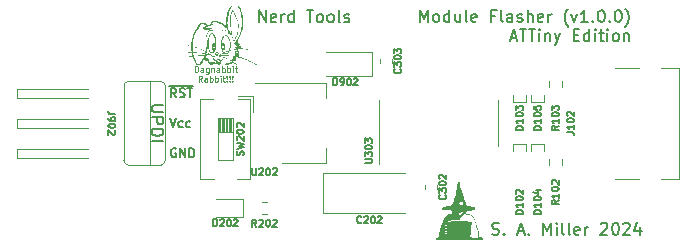
<source format=gbr>
%TF.GenerationSoftware,KiCad,Pcbnew,6.0.11+dfsg-1~bpo11+1*%
%TF.CreationDate,2024-03-27T15:19:12-04:00*%
%TF.ProjectId,Tool - ATTiny Module Flasher,546f6f6c-202d-4204-9154-54696e79204d,1.0.0*%
%TF.SameCoordinates,Original*%
%TF.FileFunction,Legend,Top*%
%TF.FilePolarity,Positive*%
%FSLAX46Y46*%
G04 Gerber Fmt 4.6, Leading zero omitted, Abs format (unit mm)*
G04 Created by KiCad (PCBNEW 6.0.11+dfsg-1~bpo11+1) date 2024-03-27 15:19:12*
%MOMM*%
%LPD*%
G01*
G04 APERTURE LIST*
%ADD10C,0.120000*%
%ADD11C,0.150000*%
%ADD12C,0.100000*%
G04 APERTURE END LIST*
D10*
X106014002Y-96460000D02*
X105084001Y-96460000D01*
X106414000Y-103159999D02*
X106414000Y-96860000D01*
X102900000Y-96860000D02*
X102900000Y-103160000D01*
X105084001Y-96460000D02*
X103313999Y-96460000D01*
X106014001Y-103560000D02*
G75*
G03*
X106414000Y-103159999I-1J400000D01*
G01*
X103314000Y-103560001D02*
X105084001Y-103560000D01*
X106414000Y-96860000D02*
G75*
G03*
X106014002Y-96460000I-400000J0D01*
G01*
X103313999Y-96460001D02*
G75*
G03*
X102914001Y-96860000I1J-399999D01*
G01*
X102913999Y-103160000D02*
G75*
G03*
X103314000Y-103560001I400001J0D01*
G01*
X105084001Y-103560000D02*
X105084001Y-96460000D01*
X105084001Y-103560000D02*
X106014001Y-103560001D01*
D11*
X114335595Y-91452380D02*
X114335595Y-90452380D01*
X114907023Y-91452380D01*
X114907023Y-90452380D01*
X115764166Y-91404761D02*
X115668928Y-91452380D01*
X115478452Y-91452380D01*
X115383214Y-91404761D01*
X115335595Y-91309523D01*
X115335595Y-90928571D01*
X115383214Y-90833333D01*
X115478452Y-90785714D01*
X115668928Y-90785714D01*
X115764166Y-90833333D01*
X115811785Y-90928571D01*
X115811785Y-91023809D01*
X115335595Y-91119047D01*
X116240357Y-91452380D02*
X116240357Y-90785714D01*
X116240357Y-90976190D02*
X116287976Y-90880952D01*
X116335595Y-90833333D01*
X116430833Y-90785714D01*
X116526071Y-90785714D01*
X117287976Y-91452380D02*
X117287976Y-90452380D01*
X117287976Y-91404761D02*
X117192738Y-91452380D01*
X117002261Y-91452380D01*
X116907023Y-91404761D01*
X116859404Y-91357142D01*
X116811785Y-91261904D01*
X116811785Y-90976190D01*
X116859404Y-90880952D01*
X116907023Y-90833333D01*
X117002261Y-90785714D01*
X117192738Y-90785714D01*
X117287976Y-90833333D01*
X118383214Y-90452380D02*
X118954642Y-90452380D01*
X118668928Y-91452380D02*
X118668928Y-90452380D01*
X119430833Y-91452380D02*
X119335595Y-91404761D01*
X119287976Y-91357142D01*
X119240357Y-91261904D01*
X119240357Y-90976190D01*
X119287976Y-90880952D01*
X119335595Y-90833333D01*
X119430833Y-90785714D01*
X119573690Y-90785714D01*
X119668928Y-90833333D01*
X119716547Y-90880952D01*
X119764166Y-90976190D01*
X119764166Y-91261904D01*
X119716547Y-91357142D01*
X119668928Y-91404761D01*
X119573690Y-91452380D01*
X119430833Y-91452380D01*
X120335595Y-91452380D02*
X120240357Y-91404761D01*
X120192738Y-91357142D01*
X120145119Y-91261904D01*
X120145119Y-90976190D01*
X120192738Y-90880952D01*
X120240357Y-90833333D01*
X120335595Y-90785714D01*
X120478452Y-90785714D01*
X120573690Y-90833333D01*
X120621309Y-90880952D01*
X120668928Y-90976190D01*
X120668928Y-91261904D01*
X120621309Y-91357142D01*
X120573690Y-91404761D01*
X120478452Y-91452380D01*
X120335595Y-91452380D01*
X121240357Y-91452380D02*
X121145119Y-91404761D01*
X121097500Y-91309523D01*
X121097500Y-90452380D01*
X121573690Y-91404761D02*
X121668928Y-91452380D01*
X121859404Y-91452380D01*
X121954642Y-91404761D01*
X122002261Y-91309523D01*
X122002261Y-91261904D01*
X121954642Y-91166666D01*
X121859404Y-91119047D01*
X121716547Y-91119047D01*
X121621309Y-91071428D01*
X121573690Y-90976190D01*
X121573690Y-90928571D01*
X121621309Y-90833333D01*
X121716547Y-90785714D01*
X121859404Y-90785714D01*
X121954642Y-90833333D01*
X127997738Y-91447380D02*
X127997738Y-90447380D01*
X128331071Y-91161666D01*
X128664404Y-90447380D01*
X128664404Y-91447380D01*
X129283452Y-91447380D02*
X129188214Y-91399761D01*
X129140595Y-91352142D01*
X129092976Y-91256904D01*
X129092976Y-90971190D01*
X129140595Y-90875952D01*
X129188214Y-90828333D01*
X129283452Y-90780714D01*
X129426309Y-90780714D01*
X129521547Y-90828333D01*
X129569166Y-90875952D01*
X129616785Y-90971190D01*
X129616785Y-91256904D01*
X129569166Y-91352142D01*
X129521547Y-91399761D01*
X129426309Y-91447380D01*
X129283452Y-91447380D01*
X130473928Y-91447380D02*
X130473928Y-90447380D01*
X130473928Y-91399761D02*
X130378690Y-91447380D01*
X130188214Y-91447380D01*
X130092976Y-91399761D01*
X130045357Y-91352142D01*
X129997738Y-91256904D01*
X129997738Y-90971190D01*
X130045357Y-90875952D01*
X130092976Y-90828333D01*
X130188214Y-90780714D01*
X130378690Y-90780714D01*
X130473928Y-90828333D01*
X131378690Y-90780714D02*
X131378690Y-91447380D01*
X130950119Y-90780714D02*
X130950119Y-91304523D01*
X130997738Y-91399761D01*
X131092976Y-91447380D01*
X131235833Y-91447380D01*
X131331071Y-91399761D01*
X131378690Y-91352142D01*
X131997738Y-91447380D02*
X131902500Y-91399761D01*
X131854880Y-91304523D01*
X131854880Y-90447380D01*
X132759642Y-91399761D02*
X132664404Y-91447380D01*
X132473928Y-91447380D01*
X132378690Y-91399761D01*
X132331071Y-91304523D01*
X132331071Y-90923571D01*
X132378690Y-90828333D01*
X132473928Y-90780714D01*
X132664404Y-90780714D01*
X132759642Y-90828333D01*
X132807261Y-90923571D01*
X132807261Y-91018809D01*
X132331071Y-91114047D01*
X134331071Y-90923571D02*
X133997738Y-90923571D01*
X133997738Y-91447380D02*
X133997738Y-90447380D01*
X134473928Y-90447380D01*
X134997738Y-91447380D02*
X134902500Y-91399761D01*
X134854880Y-91304523D01*
X134854880Y-90447380D01*
X135807261Y-91447380D02*
X135807261Y-90923571D01*
X135759642Y-90828333D01*
X135664404Y-90780714D01*
X135473928Y-90780714D01*
X135378690Y-90828333D01*
X135807261Y-91399761D02*
X135712023Y-91447380D01*
X135473928Y-91447380D01*
X135378690Y-91399761D01*
X135331071Y-91304523D01*
X135331071Y-91209285D01*
X135378690Y-91114047D01*
X135473928Y-91066428D01*
X135712023Y-91066428D01*
X135807261Y-91018809D01*
X136235833Y-91399761D02*
X136331071Y-91447380D01*
X136521547Y-91447380D01*
X136616785Y-91399761D01*
X136664404Y-91304523D01*
X136664404Y-91256904D01*
X136616785Y-91161666D01*
X136521547Y-91114047D01*
X136378690Y-91114047D01*
X136283452Y-91066428D01*
X136235833Y-90971190D01*
X136235833Y-90923571D01*
X136283452Y-90828333D01*
X136378690Y-90780714D01*
X136521547Y-90780714D01*
X136616785Y-90828333D01*
X137092976Y-91447380D02*
X137092976Y-90447380D01*
X137521547Y-91447380D02*
X137521547Y-90923571D01*
X137473928Y-90828333D01*
X137378690Y-90780714D01*
X137235833Y-90780714D01*
X137140595Y-90828333D01*
X137092976Y-90875952D01*
X138378690Y-91399761D02*
X138283452Y-91447380D01*
X138092976Y-91447380D01*
X137997738Y-91399761D01*
X137950119Y-91304523D01*
X137950119Y-90923571D01*
X137997738Y-90828333D01*
X138092976Y-90780714D01*
X138283452Y-90780714D01*
X138378690Y-90828333D01*
X138426309Y-90923571D01*
X138426309Y-91018809D01*
X137950119Y-91114047D01*
X138854880Y-91447380D02*
X138854880Y-90780714D01*
X138854880Y-90971190D02*
X138902500Y-90875952D01*
X138950119Y-90828333D01*
X139045357Y-90780714D01*
X139140595Y-90780714D01*
X140521547Y-91828333D02*
X140473928Y-91780714D01*
X140378690Y-91637857D01*
X140331071Y-91542619D01*
X140283452Y-91399761D01*
X140235833Y-91161666D01*
X140235833Y-90971190D01*
X140283452Y-90733095D01*
X140331071Y-90590238D01*
X140378690Y-90495000D01*
X140473928Y-90352142D01*
X140521547Y-90304523D01*
X140807261Y-90780714D02*
X141045357Y-91447380D01*
X141283452Y-90780714D01*
X142188214Y-91447380D02*
X141616785Y-91447380D01*
X141902500Y-91447380D02*
X141902500Y-90447380D01*
X141807261Y-90590238D01*
X141712023Y-90685476D01*
X141616785Y-90733095D01*
X142616785Y-91352142D02*
X142664404Y-91399761D01*
X142616785Y-91447380D01*
X142569166Y-91399761D01*
X142616785Y-91352142D01*
X142616785Y-91447380D01*
X143283452Y-90447380D02*
X143378690Y-90447380D01*
X143473928Y-90495000D01*
X143521547Y-90542619D01*
X143569166Y-90637857D01*
X143616785Y-90828333D01*
X143616785Y-91066428D01*
X143569166Y-91256904D01*
X143521547Y-91352142D01*
X143473928Y-91399761D01*
X143378690Y-91447380D01*
X143283452Y-91447380D01*
X143188214Y-91399761D01*
X143140595Y-91352142D01*
X143092976Y-91256904D01*
X143045357Y-91066428D01*
X143045357Y-90828333D01*
X143092976Y-90637857D01*
X143140595Y-90542619D01*
X143188214Y-90495000D01*
X143283452Y-90447380D01*
X144045357Y-91352142D02*
X144092976Y-91399761D01*
X144045357Y-91447380D01*
X143997738Y-91399761D01*
X144045357Y-91352142D01*
X144045357Y-91447380D01*
X144712023Y-90447380D02*
X144807261Y-90447380D01*
X144902500Y-90495000D01*
X144950119Y-90542619D01*
X144997738Y-90637857D01*
X145045357Y-90828333D01*
X145045357Y-91066428D01*
X144997738Y-91256904D01*
X144950119Y-91352142D01*
X144902500Y-91399761D01*
X144807261Y-91447380D01*
X144712023Y-91447380D01*
X144616785Y-91399761D01*
X144569166Y-91352142D01*
X144521547Y-91256904D01*
X144473928Y-91066428D01*
X144473928Y-90828333D01*
X144521547Y-90637857D01*
X144569166Y-90542619D01*
X144616785Y-90495000D01*
X144712023Y-90447380D01*
X145378690Y-91828333D02*
X145426309Y-91780714D01*
X145521547Y-91637857D01*
X145569166Y-91542619D01*
X145616785Y-91399761D01*
X145664404Y-91161666D01*
X145664404Y-90971190D01*
X145616785Y-90733095D01*
X145569166Y-90590238D01*
X145521547Y-90495000D01*
X145426309Y-90352142D01*
X145378690Y-90304523D01*
X135664404Y-92771666D02*
X136140595Y-92771666D01*
X135569166Y-93057380D02*
X135902500Y-92057380D01*
X136235833Y-93057380D01*
X136426309Y-92057380D02*
X136997738Y-92057380D01*
X136712023Y-93057380D02*
X136712023Y-92057380D01*
X137188214Y-92057380D02*
X137759642Y-92057380D01*
X137473928Y-93057380D02*
X137473928Y-92057380D01*
X138092976Y-93057380D02*
X138092976Y-92390714D01*
X138092976Y-92057380D02*
X138045357Y-92105000D01*
X138092976Y-92152619D01*
X138140595Y-92105000D01*
X138092976Y-92057380D01*
X138092976Y-92152619D01*
X138569166Y-92390714D02*
X138569166Y-93057380D01*
X138569166Y-92485952D02*
X138616785Y-92438333D01*
X138712023Y-92390714D01*
X138854880Y-92390714D01*
X138950119Y-92438333D01*
X138997738Y-92533571D01*
X138997738Y-93057380D01*
X139378690Y-92390714D02*
X139616785Y-93057380D01*
X139854880Y-92390714D02*
X139616785Y-93057380D01*
X139521547Y-93295476D01*
X139473928Y-93343095D01*
X139378690Y-93390714D01*
X140997738Y-92533571D02*
X141331071Y-92533571D01*
X141473928Y-93057380D02*
X140997738Y-93057380D01*
X140997738Y-92057380D01*
X141473928Y-92057380D01*
X142331071Y-93057380D02*
X142331071Y-92057380D01*
X142331071Y-93009761D02*
X142235833Y-93057380D01*
X142045357Y-93057380D01*
X141950119Y-93009761D01*
X141902500Y-92962142D01*
X141854880Y-92866904D01*
X141854880Y-92581190D01*
X141902500Y-92485952D01*
X141950119Y-92438333D01*
X142045357Y-92390714D01*
X142235833Y-92390714D01*
X142331071Y-92438333D01*
X142807261Y-93057380D02*
X142807261Y-92390714D01*
X142807261Y-92057380D02*
X142759642Y-92105000D01*
X142807261Y-92152619D01*
X142854880Y-92105000D01*
X142807261Y-92057380D01*
X142807261Y-92152619D01*
X143140595Y-92390714D02*
X143521547Y-92390714D01*
X143283452Y-92057380D02*
X143283452Y-92914523D01*
X143331071Y-93009761D01*
X143426309Y-93057380D01*
X143521547Y-93057380D01*
X143854880Y-93057380D02*
X143854880Y-92390714D01*
X143854880Y-92057380D02*
X143807261Y-92105000D01*
X143854880Y-92152619D01*
X143902500Y-92105000D01*
X143854880Y-92057380D01*
X143854880Y-92152619D01*
X144473928Y-93057380D02*
X144378690Y-93009761D01*
X144331071Y-92962142D01*
X144283452Y-92866904D01*
X144283452Y-92581190D01*
X144331071Y-92485952D01*
X144378690Y-92438333D01*
X144473928Y-92390714D01*
X144616785Y-92390714D01*
X144712023Y-92438333D01*
X144759642Y-92485952D01*
X144807261Y-92581190D01*
X144807261Y-92866904D01*
X144759642Y-92962142D01*
X144712023Y-93009761D01*
X144616785Y-93057380D01*
X144473928Y-93057380D01*
X145235833Y-92390714D02*
X145235833Y-93057380D01*
X145235833Y-92485952D02*
X145283452Y-92438333D01*
X145378690Y-92390714D01*
X145521547Y-92390714D01*
X145616785Y-92438333D01*
X145664404Y-92533571D01*
X145664404Y-93057380D01*
X107308929Y-102165000D02*
X107237501Y-102129285D01*
X107130358Y-102129285D01*
X107023215Y-102165000D01*
X106951786Y-102236428D01*
X106916072Y-102307857D01*
X106880358Y-102450714D01*
X106880358Y-102557857D01*
X106916072Y-102700714D01*
X106951786Y-102772142D01*
X107023215Y-102843571D01*
X107130358Y-102879285D01*
X107201786Y-102879285D01*
X107308929Y-102843571D01*
X107344643Y-102807857D01*
X107344643Y-102557857D01*
X107201786Y-102557857D01*
X107666072Y-102879285D02*
X107666072Y-102129285D01*
X108094643Y-102879285D01*
X108094643Y-102129285D01*
X108451786Y-102879285D02*
X108451786Y-102129285D01*
X108630358Y-102129285D01*
X108737501Y-102165000D01*
X108808929Y-102236428D01*
X108844643Y-102307857D01*
X108880358Y-102450714D01*
X108880358Y-102557857D01*
X108844643Y-102700714D01*
X108808929Y-102772142D01*
X108737501Y-102843571D01*
X108630358Y-102879285D01*
X108451786Y-102879285D01*
X106737500Y-96837500D02*
X107487500Y-96837500D01*
X107344642Y-97799285D02*
X107094642Y-97442142D01*
X106916071Y-97799285D02*
X106916071Y-97049285D01*
X107201785Y-97049285D01*
X107273214Y-97085000D01*
X107308928Y-97120714D01*
X107344642Y-97192142D01*
X107344642Y-97299285D01*
X107308928Y-97370714D01*
X107273214Y-97406428D01*
X107201785Y-97442142D01*
X106916071Y-97442142D01*
X107487500Y-96837500D02*
X108201785Y-96837500D01*
X107630357Y-97763571D02*
X107737500Y-97799285D01*
X107916071Y-97799285D01*
X107987500Y-97763571D01*
X108023214Y-97727857D01*
X108058928Y-97656428D01*
X108058928Y-97585000D01*
X108023214Y-97513571D01*
X107987500Y-97477857D01*
X107916071Y-97442142D01*
X107773214Y-97406428D01*
X107701785Y-97370714D01*
X107666071Y-97335000D01*
X107630357Y-97263571D01*
X107630357Y-97192142D01*
X107666071Y-97120714D01*
X107701785Y-97085000D01*
X107773214Y-97049285D01*
X107951785Y-97049285D01*
X108058928Y-97085000D01*
X108201785Y-96837500D02*
X108773214Y-96837500D01*
X108273214Y-97049285D02*
X108701785Y-97049285D01*
X108487500Y-97799285D02*
X108487500Y-97049285D01*
X106261621Y-98476190D02*
X105452097Y-98476190D01*
X105356859Y-98523809D01*
X105309240Y-98571428D01*
X105261621Y-98666666D01*
X105261621Y-98857142D01*
X105309240Y-98952380D01*
X105356859Y-99000000D01*
X105452097Y-99047619D01*
X106261621Y-99047619D01*
X105261621Y-99523809D02*
X106261621Y-99523809D01*
X106261621Y-99904761D01*
X106214002Y-100000000D01*
X106166382Y-100047619D01*
X106071144Y-100095238D01*
X105928287Y-100095238D01*
X105833049Y-100047619D01*
X105785430Y-100000000D01*
X105737811Y-99904761D01*
X105737811Y-99523809D01*
X105261621Y-100523809D02*
X106261621Y-100523809D01*
X106261621Y-100761904D01*
X106214002Y-100904761D01*
X106118763Y-101000000D01*
X106023525Y-101047619D01*
X105833049Y-101095238D01*
X105690192Y-101095238D01*
X105499716Y-101047619D01*
X105404478Y-101000000D01*
X105309240Y-100904761D01*
X105261621Y-100761904D01*
X105261621Y-100523809D01*
X105261621Y-101523809D02*
X106261621Y-101523809D01*
X106808928Y-99589285D02*
X107058928Y-100339285D01*
X107308928Y-99589285D01*
X107880357Y-100303571D02*
X107808928Y-100339285D01*
X107666071Y-100339285D01*
X107594642Y-100303571D01*
X107558928Y-100267857D01*
X107523214Y-100196428D01*
X107523214Y-99982142D01*
X107558928Y-99910714D01*
X107594642Y-99875000D01*
X107666071Y-99839285D01*
X107808928Y-99839285D01*
X107880357Y-99875000D01*
X108523214Y-100303571D02*
X108451785Y-100339285D01*
X108308928Y-100339285D01*
X108237500Y-100303571D01*
X108201785Y-100267857D01*
X108166071Y-100196428D01*
X108166071Y-99982142D01*
X108201785Y-99910714D01*
X108237500Y-99875000D01*
X108308928Y-99839285D01*
X108451785Y-99839285D01*
X108523214Y-99875000D01*
X134092976Y-109404761D02*
X134235833Y-109452380D01*
X134473928Y-109452380D01*
X134569166Y-109404761D01*
X134616785Y-109357142D01*
X134664404Y-109261904D01*
X134664404Y-109166666D01*
X134616785Y-109071428D01*
X134569166Y-109023809D01*
X134473928Y-108976190D01*
X134283452Y-108928571D01*
X134188214Y-108880952D01*
X134140595Y-108833333D01*
X134092976Y-108738095D01*
X134092976Y-108642857D01*
X134140595Y-108547619D01*
X134188214Y-108500000D01*
X134283452Y-108452380D01*
X134521547Y-108452380D01*
X134664404Y-108500000D01*
X135092976Y-109357142D02*
X135140595Y-109404761D01*
X135092976Y-109452380D01*
X135045357Y-109404761D01*
X135092976Y-109357142D01*
X135092976Y-109452380D01*
X136283452Y-109166666D02*
X136759642Y-109166666D01*
X136188214Y-109452380D02*
X136521547Y-108452380D01*
X136854880Y-109452380D01*
X137188214Y-109357142D02*
X137235833Y-109404761D01*
X137188214Y-109452380D01*
X137140595Y-109404761D01*
X137188214Y-109357142D01*
X137188214Y-109452380D01*
X138426309Y-109452380D02*
X138426309Y-108452380D01*
X138759642Y-109166666D01*
X139092976Y-108452380D01*
X139092976Y-109452380D01*
X139569166Y-109452380D02*
X139569166Y-108785714D01*
X139569166Y-108452380D02*
X139521547Y-108500000D01*
X139569166Y-108547619D01*
X139616785Y-108500000D01*
X139569166Y-108452380D01*
X139569166Y-108547619D01*
X140188214Y-109452380D02*
X140092976Y-109404761D01*
X140045357Y-109309523D01*
X140045357Y-108452380D01*
X140712023Y-109452380D02*
X140616785Y-109404761D01*
X140569166Y-109309523D01*
X140569166Y-108452380D01*
X141473928Y-109404761D02*
X141378690Y-109452380D01*
X141188214Y-109452380D01*
X141092976Y-109404761D01*
X141045357Y-109309523D01*
X141045357Y-108928571D01*
X141092976Y-108833333D01*
X141188214Y-108785714D01*
X141378690Y-108785714D01*
X141473928Y-108833333D01*
X141521547Y-108928571D01*
X141521547Y-109023809D01*
X141045357Y-109119047D01*
X141950119Y-109452380D02*
X141950119Y-108785714D01*
X141950119Y-108976190D02*
X141997738Y-108880952D01*
X142045357Y-108833333D01*
X142140595Y-108785714D01*
X142235833Y-108785714D01*
X143283452Y-108547619D02*
X143331071Y-108500000D01*
X143426309Y-108452380D01*
X143664404Y-108452380D01*
X143759642Y-108500000D01*
X143807261Y-108547619D01*
X143854880Y-108642857D01*
X143854880Y-108738095D01*
X143807261Y-108880952D01*
X143235833Y-109452380D01*
X143854880Y-109452380D01*
X144473928Y-108452380D02*
X144569166Y-108452380D01*
X144664404Y-108500000D01*
X144712023Y-108547619D01*
X144759642Y-108642857D01*
X144807261Y-108833333D01*
X144807261Y-109071428D01*
X144759642Y-109261904D01*
X144712023Y-109357142D01*
X144664404Y-109404761D01*
X144569166Y-109452380D01*
X144473928Y-109452380D01*
X144378690Y-109404761D01*
X144331071Y-109357142D01*
X144283452Y-109261904D01*
X144235833Y-109071428D01*
X144235833Y-108833333D01*
X144283452Y-108642857D01*
X144331071Y-108547619D01*
X144378690Y-108500000D01*
X144473928Y-108452380D01*
X145188214Y-108547619D02*
X145235833Y-108500000D01*
X145331071Y-108452380D01*
X145569166Y-108452380D01*
X145664404Y-108500000D01*
X145712023Y-108547619D01*
X145759642Y-108642857D01*
X145759642Y-108738095D01*
X145712023Y-108880952D01*
X145140595Y-109452380D01*
X145759642Y-109452380D01*
X146616785Y-108785714D02*
X146616785Y-109452380D01*
X146378690Y-108404761D02*
X146140595Y-109119047D01*
X146759642Y-109119047D01*
%TO.C,R103*%
X139717428Y-100239428D02*
X139431714Y-100439428D01*
X139717428Y-100582285D02*
X139117428Y-100582285D01*
X139117428Y-100353714D01*
X139146000Y-100296571D01*
X139174571Y-100268000D01*
X139231714Y-100239428D01*
X139317428Y-100239428D01*
X139374571Y-100268000D01*
X139403142Y-100296571D01*
X139431714Y-100353714D01*
X139431714Y-100582285D01*
X139717428Y-99668000D02*
X139717428Y-100010857D01*
X139717428Y-99839428D02*
X139117428Y-99839428D01*
X139203142Y-99896571D01*
X139260285Y-99953714D01*
X139288857Y-100010857D01*
X139117428Y-99296571D02*
X139117428Y-99239428D01*
X139146000Y-99182285D01*
X139174571Y-99153714D01*
X139231714Y-99125142D01*
X139346000Y-99096571D01*
X139488857Y-99096571D01*
X139603142Y-99125142D01*
X139660285Y-99153714D01*
X139688857Y-99182285D01*
X139717428Y-99239428D01*
X139717428Y-99296571D01*
X139688857Y-99353714D01*
X139660285Y-99382285D01*
X139603142Y-99410857D01*
X139488857Y-99439428D01*
X139346000Y-99439428D01*
X139231714Y-99410857D01*
X139174571Y-99382285D01*
X139146000Y-99353714D01*
X139117428Y-99296571D01*
X139117428Y-98896571D02*
X139117428Y-98525142D01*
X139346000Y-98725142D01*
X139346000Y-98639428D01*
X139374571Y-98582285D01*
X139403142Y-98553714D01*
X139460285Y-98525142D01*
X139603142Y-98525142D01*
X139660285Y-98553714D01*
X139688857Y-98582285D01*
X139717428Y-98639428D01*
X139717428Y-98810857D01*
X139688857Y-98868000D01*
X139660285Y-98896571D01*
%TO.C,R102*%
X139717428Y-106545428D02*
X139431714Y-106745428D01*
X139717428Y-106888285D02*
X139117428Y-106888285D01*
X139117428Y-106659714D01*
X139146000Y-106602571D01*
X139174571Y-106574000D01*
X139231714Y-106545428D01*
X139317428Y-106545428D01*
X139374571Y-106574000D01*
X139403142Y-106602571D01*
X139431714Y-106659714D01*
X139431714Y-106888285D01*
X139717428Y-105974000D02*
X139717428Y-106316857D01*
X139717428Y-106145428D02*
X139117428Y-106145428D01*
X139203142Y-106202571D01*
X139260285Y-106259714D01*
X139288857Y-106316857D01*
X139117428Y-105602571D02*
X139117428Y-105545428D01*
X139146000Y-105488285D01*
X139174571Y-105459714D01*
X139231714Y-105431142D01*
X139346000Y-105402571D01*
X139488857Y-105402571D01*
X139603142Y-105431142D01*
X139660285Y-105459714D01*
X139688857Y-105488285D01*
X139717428Y-105545428D01*
X139717428Y-105602571D01*
X139688857Y-105659714D01*
X139660285Y-105688285D01*
X139603142Y-105716857D01*
X139488857Y-105745428D01*
X139346000Y-105745428D01*
X139231714Y-105716857D01*
X139174571Y-105688285D01*
X139146000Y-105659714D01*
X139117428Y-105602571D01*
X139174571Y-105174000D02*
X139146000Y-105145428D01*
X139117428Y-105088285D01*
X139117428Y-104945428D01*
X139146000Y-104888285D01*
X139174571Y-104859714D01*
X139231714Y-104831142D01*
X139288857Y-104831142D01*
X139374571Y-104859714D01*
X139717428Y-105202571D01*
X139717428Y-104831142D01*
%TO.C,D202*%
X110491714Y-108729428D02*
X110491714Y-108129428D01*
X110634571Y-108129428D01*
X110720285Y-108158000D01*
X110777428Y-108215142D01*
X110806000Y-108272285D01*
X110834571Y-108386571D01*
X110834571Y-108472285D01*
X110806000Y-108586571D01*
X110777428Y-108643714D01*
X110720285Y-108700857D01*
X110634571Y-108729428D01*
X110491714Y-108729428D01*
X111063142Y-108186571D02*
X111091714Y-108158000D01*
X111148857Y-108129428D01*
X111291714Y-108129428D01*
X111348857Y-108158000D01*
X111377428Y-108186571D01*
X111406000Y-108243714D01*
X111406000Y-108300857D01*
X111377428Y-108386571D01*
X111034571Y-108729428D01*
X111406000Y-108729428D01*
X111777428Y-108129428D02*
X111834571Y-108129428D01*
X111891714Y-108158000D01*
X111920285Y-108186571D01*
X111948857Y-108243714D01*
X111977428Y-108358000D01*
X111977428Y-108500857D01*
X111948857Y-108615142D01*
X111920285Y-108672285D01*
X111891714Y-108700857D01*
X111834571Y-108729428D01*
X111777428Y-108729428D01*
X111720285Y-108700857D01*
X111691714Y-108672285D01*
X111663142Y-108615142D01*
X111634571Y-108500857D01*
X111634571Y-108358000D01*
X111663142Y-108243714D01*
X111691714Y-108186571D01*
X111720285Y-108158000D01*
X111777428Y-108129428D01*
X112206000Y-108186571D02*
X112234571Y-108158000D01*
X112291714Y-108129428D01*
X112434571Y-108129428D01*
X112491714Y-108158000D01*
X112520285Y-108186571D01*
X112548857Y-108243714D01*
X112548857Y-108300857D01*
X112520285Y-108386571D01*
X112177428Y-108729428D01*
X112548857Y-108729428D01*
%TO.C,C302*%
X130135285Y-106081428D02*
X130163857Y-106110000D01*
X130192428Y-106195714D01*
X130192428Y-106252857D01*
X130163857Y-106338571D01*
X130106714Y-106395714D01*
X130049571Y-106424285D01*
X129935285Y-106452857D01*
X129849571Y-106452857D01*
X129735285Y-106424285D01*
X129678142Y-106395714D01*
X129621000Y-106338571D01*
X129592428Y-106252857D01*
X129592428Y-106195714D01*
X129621000Y-106110000D01*
X129649571Y-106081428D01*
X129592428Y-105881428D02*
X129592428Y-105510000D01*
X129821000Y-105710000D01*
X129821000Y-105624285D01*
X129849571Y-105567142D01*
X129878142Y-105538571D01*
X129935285Y-105510000D01*
X130078142Y-105510000D01*
X130135285Y-105538571D01*
X130163857Y-105567142D01*
X130192428Y-105624285D01*
X130192428Y-105795714D01*
X130163857Y-105852857D01*
X130135285Y-105881428D01*
X129592428Y-105138571D02*
X129592428Y-105081428D01*
X129621000Y-105024285D01*
X129649571Y-104995714D01*
X129706714Y-104967142D01*
X129821000Y-104938571D01*
X129963857Y-104938571D01*
X130078142Y-104967142D01*
X130135285Y-104995714D01*
X130163857Y-105024285D01*
X130192428Y-105081428D01*
X130192428Y-105138571D01*
X130163857Y-105195714D01*
X130135285Y-105224285D01*
X130078142Y-105252857D01*
X129963857Y-105281428D01*
X129821000Y-105281428D01*
X129706714Y-105252857D01*
X129649571Y-105224285D01*
X129621000Y-105195714D01*
X129592428Y-105138571D01*
X129649571Y-104710000D02*
X129621000Y-104681428D01*
X129592428Y-104624285D01*
X129592428Y-104481428D01*
X129621000Y-104424285D01*
X129649571Y-104395714D01*
X129706714Y-104367142D01*
X129763857Y-104367142D01*
X129849571Y-104395714D01*
X130192428Y-104738571D01*
X130192428Y-104367142D01*
%TO.C,D902*%
X120651714Y-96791428D02*
X120651714Y-96191428D01*
X120794571Y-96191428D01*
X120880285Y-96220000D01*
X120937428Y-96277142D01*
X120966000Y-96334285D01*
X120994571Y-96448571D01*
X120994571Y-96534285D01*
X120966000Y-96648571D01*
X120937428Y-96705714D01*
X120880285Y-96762857D01*
X120794571Y-96791428D01*
X120651714Y-96791428D01*
X121280285Y-96791428D02*
X121394571Y-96791428D01*
X121451714Y-96762857D01*
X121480285Y-96734285D01*
X121537428Y-96648571D01*
X121566000Y-96534285D01*
X121566000Y-96305714D01*
X121537428Y-96248571D01*
X121508857Y-96220000D01*
X121451714Y-96191428D01*
X121337428Y-96191428D01*
X121280285Y-96220000D01*
X121251714Y-96248571D01*
X121223142Y-96305714D01*
X121223142Y-96448571D01*
X121251714Y-96505714D01*
X121280285Y-96534285D01*
X121337428Y-96562857D01*
X121451714Y-96562857D01*
X121508857Y-96534285D01*
X121537428Y-96505714D01*
X121566000Y-96448571D01*
X121937428Y-96191428D02*
X121994571Y-96191428D01*
X122051714Y-96220000D01*
X122080285Y-96248571D01*
X122108857Y-96305714D01*
X122137428Y-96420000D01*
X122137428Y-96562857D01*
X122108857Y-96677142D01*
X122080285Y-96734285D01*
X122051714Y-96762857D01*
X121994571Y-96791428D01*
X121937428Y-96791428D01*
X121880285Y-96762857D01*
X121851714Y-96734285D01*
X121823142Y-96677142D01*
X121794571Y-96562857D01*
X121794571Y-96420000D01*
X121823142Y-96305714D01*
X121851714Y-96248571D01*
X121880285Y-96220000D01*
X121937428Y-96191428D01*
X122366000Y-96248571D02*
X122394571Y-96220000D01*
X122451714Y-96191428D01*
X122594571Y-96191428D01*
X122651714Y-96220000D01*
X122680285Y-96248571D01*
X122708857Y-96305714D01*
X122708857Y-96362857D01*
X122680285Y-96448571D01*
X122337428Y-96791428D01*
X122708857Y-96791428D01*
%TO.C,J102*%
X140426428Y-100771428D02*
X140855000Y-100771428D01*
X140940714Y-100800000D01*
X140997857Y-100857142D01*
X141026428Y-100942857D01*
X141026428Y-101000000D01*
X141026428Y-100171428D02*
X141026428Y-100514285D01*
X141026428Y-100342857D02*
X140426428Y-100342857D01*
X140512142Y-100400000D01*
X140569285Y-100457142D01*
X140597857Y-100514285D01*
X140426428Y-99800000D02*
X140426428Y-99742857D01*
X140455000Y-99685714D01*
X140483571Y-99657142D01*
X140540714Y-99628571D01*
X140655000Y-99600000D01*
X140797857Y-99600000D01*
X140912142Y-99628571D01*
X140969285Y-99657142D01*
X140997857Y-99685714D01*
X141026428Y-99742857D01*
X141026428Y-99800000D01*
X140997857Y-99857142D01*
X140969285Y-99885714D01*
X140912142Y-99914285D01*
X140797857Y-99942857D01*
X140655000Y-99942857D01*
X140540714Y-99914285D01*
X140483571Y-99885714D01*
X140455000Y-99857142D01*
X140426428Y-99800000D01*
X140483571Y-99371428D02*
X140455000Y-99342857D01*
X140426428Y-99285714D01*
X140426428Y-99142857D01*
X140455000Y-99085714D01*
X140483571Y-99057142D01*
X140540714Y-99028571D01*
X140597857Y-99028571D01*
X140683571Y-99057142D01*
X141026428Y-99400000D01*
X141026428Y-99028571D01*
%TO.C,J902*%
X102182571Y-99228571D02*
X101754000Y-99228571D01*
X101668285Y-99200000D01*
X101611142Y-99142857D01*
X101582571Y-99057142D01*
X101582571Y-99000000D01*
X101582571Y-99542857D02*
X101582571Y-99657142D01*
X101611142Y-99714285D01*
X101639714Y-99742857D01*
X101725428Y-99800000D01*
X101839714Y-99828571D01*
X102068285Y-99828571D01*
X102125428Y-99800000D01*
X102154000Y-99771428D01*
X102182571Y-99714285D01*
X102182571Y-99600000D01*
X102154000Y-99542857D01*
X102125428Y-99514285D01*
X102068285Y-99485714D01*
X101925428Y-99485714D01*
X101868285Y-99514285D01*
X101839714Y-99542857D01*
X101811142Y-99600000D01*
X101811142Y-99714285D01*
X101839714Y-99771428D01*
X101868285Y-99800000D01*
X101925428Y-99828571D01*
X102182571Y-100200000D02*
X102182571Y-100257142D01*
X102154000Y-100314285D01*
X102125428Y-100342857D01*
X102068285Y-100371428D01*
X101954000Y-100400000D01*
X101811142Y-100400000D01*
X101696857Y-100371428D01*
X101639714Y-100342857D01*
X101611142Y-100314285D01*
X101582571Y-100257142D01*
X101582571Y-100200000D01*
X101611142Y-100142857D01*
X101639714Y-100114285D01*
X101696857Y-100085714D01*
X101811142Y-100057142D01*
X101954000Y-100057142D01*
X102068285Y-100085714D01*
X102125428Y-100114285D01*
X102154000Y-100142857D01*
X102182571Y-100200000D01*
X102125428Y-100628571D02*
X102154000Y-100657142D01*
X102182571Y-100714285D01*
X102182571Y-100857142D01*
X102154000Y-100914285D01*
X102125428Y-100942857D01*
X102068285Y-100971428D01*
X102011142Y-100971428D01*
X101925428Y-100942857D01*
X101582571Y-100600000D01*
X101582571Y-100971428D01*
%TO.C,C303*%
X126325285Y-95413428D02*
X126353857Y-95442000D01*
X126382428Y-95527714D01*
X126382428Y-95584857D01*
X126353857Y-95670571D01*
X126296714Y-95727714D01*
X126239571Y-95756285D01*
X126125285Y-95784857D01*
X126039571Y-95784857D01*
X125925285Y-95756285D01*
X125868142Y-95727714D01*
X125811000Y-95670571D01*
X125782428Y-95584857D01*
X125782428Y-95527714D01*
X125811000Y-95442000D01*
X125839571Y-95413428D01*
X125782428Y-95213428D02*
X125782428Y-94842000D01*
X126011000Y-95042000D01*
X126011000Y-94956285D01*
X126039571Y-94899142D01*
X126068142Y-94870571D01*
X126125285Y-94842000D01*
X126268142Y-94842000D01*
X126325285Y-94870571D01*
X126353857Y-94899142D01*
X126382428Y-94956285D01*
X126382428Y-95127714D01*
X126353857Y-95184857D01*
X126325285Y-95213428D01*
X125782428Y-94470571D02*
X125782428Y-94413428D01*
X125811000Y-94356285D01*
X125839571Y-94327714D01*
X125896714Y-94299142D01*
X126011000Y-94270571D01*
X126153857Y-94270571D01*
X126268142Y-94299142D01*
X126325285Y-94327714D01*
X126353857Y-94356285D01*
X126382428Y-94413428D01*
X126382428Y-94470571D01*
X126353857Y-94527714D01*
X126325285Y-94556285D01*
X126268142Y-94584857D01*
X126153857Y-94613428D01*
X126011000Y-94613428D01*
X125896714Y-94584857D01*
X125839571Y-94556285D01*
X125811000Y-94527714D01*
X125782428Y-94470571D01*
X125782428Y-94070571D02*
X125782428Y-93699142D01*
X126011000Y-93899142D01*
X126011000Y-93813428D01*
X126039571Y-93756285D01*
X126068142Y-93727714D01*
X126125285Y-93699142D01*
X126268142Y-93699142D01*
X126325285Y-93727714D01*
X126353857Y-93756285D01*
X126382428Y-93813428D01*
X126382428Y-93984857D01*
X126353857Y-94042000D01*
X126325285Y-94070571D01*
%TO.C,D104*%
X138193428Y-107694285D02*
X137593428Y-107694285D01*
X137593428Y-107551428D01*
X137622000Y-107465714D01*
X137679142Y-107408571D01*
X137736285Y-107380000D01*
X137850571Y-107351428D01*
X137936285Y-107351428D01*
X138050571Y-107380000D01*
X138107714Y-107408571D01*
X138164857Y-107465714D01*
X138193428Y-107551428D01*
X138193428Y-107694285D01*
X138193428Y-106780000D02*
X138193428Y-107122857D01*
X138193428Y-106951428D02*
X137593428Y-106951428D01*
X137679142Y-107008571D01*
X137736285Y-107065714D01*
X137764857Y-107122857D01*
X137593428Y-106408571D02*
X137593428Y-106351428D01*
X137622000Y-106294285D01*
X137650571Y-106265714D01*
X137707714Y-106237142D01*
X137822000Y-106208571D01*
X137964857Y-106208571D01*
X138079142Y-106237142D01*
X138136285Y-106265714D01*
X138164857Y-106294285D01*
X138193428Y-106351428D01*
X138193428Y-106408571D01*
X138164857Y-106465714D01*
X138136285Y-106494285D01*
X138079142Y-106522857D01*
X137964857Y-106551428D01*
X137822000Y-106551428D01*
X137707714Y-106522857D01*
X137650571Y-106494285D01*
X137622000Y-106465714D01*
X137593428Y-106408571D01*
X137793428Y-105694285D02*
X138193428Y-105694285D01*
X137564857Y-105837142D02*
X137993428Y-105980000D01*
X137993428Y-105608571D01*
D12*
%TO.C,REF\u002A\u002A*%
X108916333Y-95681690D02*
X108916333Y-95181690D01*
X109035380Y-95181690D01*
X109106809Y-95205500D01*
X109154428Y-95253119D01*
X109178237Y-95300738D01*
X109202047Y-95395976D01*
X109202047Y-95467404D01*
X109178237Y-95562642D01*
X109154428Y-95610261D01*
X109106809Y-95657880D01*
X109035380Y-95681690D01*
X108916333Y-95681690D01*
X109630618Y-95681690D02*
X109630618Y-95419785D01*
X109606809Y-95372166D01*
X109559190Y-95348357D01*
X109463952Y-95348357D01*
X109416333Y-95372166D01*
X109630618Y-95657880D02*
X109582999Y-95681690D01*
X109463952Y-95681690D01*
X109416333Y-95657880D01*
X109392523Y-95610261D01*
X109392523Y-95562642D01*
X109416333Y-95515023D01*
X109463952Y-95491214D01*
X109582999Y-95491214D01*
X109630618Y-95467404D01*
X110082999Y-95348357D02*
X110082999Y-95753119D01*
X110059190Y-95800738D01*
X110035380Y-95824547D01*
X109987761Y-95848357D01*
X109916333Y-95848357D01*
X109868713Y-95824547D01*
X110082999Y-95657880D02*
X110035380Y-95681690D01*
X109940142Y-95681690D01*
X109892523Y-95657880D01*
X109868713Y-95634071D01*
X109844904Y-95586452D01*
X109844904Y-95443595D01*
X109868713Y-95395976D01*
X109892523Y-95372166D01*
X109940142Y-95348357D01*
X110035380Y-95348357D01*
X110082999Y-95372166D01*
X110321094Y-95348357D02*
X110321094Y-95681690D01*
X110321094Y-95395976D02*
X110344904Y-95372166D01*
X110392523Y-95348357D01*
X110463952Y-95348357D01*
X110511571Y-95372166D01*
X110535380Y-95419785D01*
X110535380Y-95681690D01*
X110987761Y-95681690D02*
X110987761Y-95419785D01*
X110963952Y-95372166D01*
X110916333Y-95348357D01*
X110821094Y-95348357D01*
X110773475Y-95372166D01*
X110987761Y-95657880D02*
X110940142Y-95681690D01*
X110821094Y-95681690D01*
X110773475Y-95657880D01*
X110749666Y-95610261D01*
X110749666Y-95562642D01*
X110773475Y-95515023D01*
X110821094Y-95491214D01*
X110940142Y-95491214D01*
X110987761Y-95467404D01*
X111225856Y-95681690D02*
X111225856Y-95181690D01*
X111225856Y-95372166D02*
X111273475Y-95348357D01*
X111368713Y-95348357D01*
X111416333Y-95372166D01*
X111440142Y-95395976D01*
X111463952Y-95443595D01*
X111463952Y-95586452D01*
X111440142Y-95634071D01*
X111416333Y-95657880D01*
X111368713Y-95681690D01*
X111273475Y-95681690D01*
X111225856Y-95657880D01*
X111678237Y-95681690D02*
X111678237Y-95181690D01*
X111678237Y-95372166D02*
X111725856Y-95348357D01*
X111821094Y-95348357D01*
X111868713Y-95372166D01*
X111892523Y-95395976D01*
X111916333Y-95443595D01*
X111916333Y-95586452D01*
X111892523Y-95634071D01*
X111868713Y-95657880D01*
X111821094Y-95681690D01*
X111725856Y-95681690D01*
X111678237Y-95657880D01*
X112130618Y-95681690D02*
X112130618Y-95348357D01*
X112130618Y-95181690D02*
X112106809Y-95205500D01*
X112130618Y-95229309D01*
X112154428Y-95205500D01*
X112130618Y-95181690D01*
X112130618Y-95229309D01*
X112297285Y-95348357D02*
X112487761Y-95348357D01*
X112368713Y-95181690D02*
X112368713Y-95610261D01*
X112392523Y-95657880D01*
X112440142Y-95681690D01*
X112487761Y-95681690D01*
X109523475Y-96486690D02*
X109356809Y-96248595D01*
X109237761Y-96486690D02*
X109237761Y-95986690D01*
X109428237Y-95986690D01*
X109475856Y-96010500D01*
X109499666Y-96034309D01*
X109523475Y-96081928D01*
X109523475Y-96153357D01*
X109499666Y-96200976D01*
X109475856Y-96224785D01*
X109428237Y-96248595D01*
X109237761Y-96248595D01*
X109952047Y-96486690D02*
X109952047Y-96224785D01*
X109928237Y-96177166D01*
X109880618Y-96153357D01*
X109785380Y-96153357D01*
X109737761Y-96177166D01*
X109952047Y-96462880D02*
X109904428Y-96486690D01*
X109785380Y-96486690D01*
X109737761Y-96462880D01*
X109713952Y-96415261D01*
X109713952Y-96367642D01*
X109737761Y-96320023D01*
X109785380Y-96296214D01*
X109904428Y-96296214D01*
X109952047Y-96272404D01*
X110190142Y-96486690D02*
X110190142Y-95986690D01*
X110190142Y-96177166D02*
X110237761Y-96153357D01*
X110332999Y-96153357D01*
X110380618Y-96177166D01*
X110404428Y-96200976D01*
X110428237Y-96248595D01*
X110428237Y-96391452D01*
X110404428Y-96439071D01*
X110380618Y-96462880D01*
X110332999Y-96486690D01*
X110237761Y-96486690D01*
X110190142Y-96462880D01*
X110642523Y-96486690D02*
X110642523Y-95986690D01*
X110642523Y-96177166D02*
X110690142Y-96153357D01*
X110785380Y-96153357D01*
X110832999Y-96177166D01*
X110856809Y-96200976D01*
X110880618Y-96248595D01*
X110880618Y-96391452D01*
X110856809Y-96439071D01*
X110832999Y-96462880D01*
X110785380Y-96486690D01*
X110690142Y-96486690D01*
X110642523Y-96462880D01*
X111094904Y-96486690D02*
X111094904Y-96153357D01*
X111094904Y-95986690D02*
X111071094Y-96010500D01*
X111094904Y-96034309D01*
X111118713Y-96010500D01*
X111094904Y-95986690D01*
X111094904Y-96034309D01*
X111261571Y-96153357D02*
X111452047Y-96153357D01*
X111332999Y-95986690D02*
X111332999Y-96415261D01*
X111356809Y-96462880D01*
X111404428Y-96486690D01*
X111452047Y-96486690D01*
X111618713Y-96439071D02*
X111642523Y-96462880D01*
X111618713Y-96486690D01*
X111594904Y-96462880D01*
X111618713Y-96439071D01*
X111618713Y-96486690D01*
X111618713Y-96296214D02*
X111594904Y-96010500D01*
X111618713Y-95986690D01*
X111642523Y-96010500D01*
X111618713Y-96296214D01*
X111618713Y-95986690D01*
X111856809Y-96439071D02*
X111880618Y-96462880D01*
X111856809Y-96486690D01*
X111832999Y-96462880D01*
X111856809Y-96439071D01*
X111856809Y-96486690D01*
X111856809Y-96296214D02*
X111832999Y-96010500D01*
X111856809Y-95986690D01*
X111880618Y-96010500D01*
X111856809Y-96296214D01*
X111856809Y-95986690D01*
X112094904Y-96439071D02*
X112118713Y-96462880D01*
X112094904Y-96486690D01*
X112071094Y-96462880D01*
X112094904Y-96439071D01*
X112094904Y-96486690D01*
X112094904Y-96296214D02*
X112071094Y-96010500D01*
X112094904Y-95986690D01*
X112118713Y-96010500D01*
X112094904Y-96296214D01*
X112094904Y-95986690D01*
D11*
%TO.C,D105*%
X138215428Y-100582285D02*
X137615428Y-100582285D01*
X137615428Y-100439428D01*
X137644000Y-100353714D01*
X137701142Y-100296571D01*
X137758285Y-100268000D01*
X137872571Y-100239428D01*
X137958285Y-100239428D01*
X138072571Y-100268000D01*
X138129714Y-100296571D01*
X138186857Y-100353714D01*
X138215428Y-100439428D01*
X138215428Y-100582285D01*
X138215428Y-99668000D02*
X138215428Y-100010857D01*
X138215428Y-99839428D02*
X137615428Y-99839428D01*
X137701142Y-99896571D01*
X137758285Y-99953714D01*
X137786857Y-100010857D01*
X137615428Y-99296571D02*
X137615428Y-99239428D01*
X137644000Y-99182285D01*
X137672571Y-99153714D01*
X137729714Y-99125142D01*
X137844000Y-99096571D01*
X137986857Y-99096571D01*
X138101142Y-99125142D01*
X138158285Y-99153714D01*
X138186857Y-99182285D01*
X138215428Y-99239428D01*
X138215428Y-99296571D01*
X138186857Y-99353714D01*
X138158285Y-99382285D01*
X138101142Y-99410857D01*
X137986857Y-99439428D01*
X137844000Y-99439428D01*
X137729714Y-99410857D01*
X137672571Y-99382285D01*
X137644000Y-99353714D01*
X137615428Y-99296571D01*
X137615428Y-98553714D02*
X137615428Y-98839428D01*
X137901142Y-98868000D01*
X137872571Y-98839428D01*
X137844000Y-98782285D01*
X137844000Y-98639428D01*
X137872571Y-98582285D01*
X137901142Y-98553714D01*
X137958285Y-98525142D01*
X138101142Y-98525142D01*
X138158285Y-98553714D01*
X138186857Y-98582285D01*
X138215428Y-98639428D01*
X138215428Y-98782285D01*
X138186857Y-98839428D01*
X138158285Y-98868000D01*
%TO.C,C202*%
X123026571Y-108418285D02*
X122998000Y-108446857D01*
X122912285Y-108475428D01*
X122855142Y-108475428D01*
X122769428Y-108446857D01*
X122712285Y-108389714D01*
X122683714Y-108332571D01*
X122655142Y-108218285D01*
X122655142Y-108132571D01*
X122683714Y-108018285D01*
X122712285Y-107961142D01*
X122769428Y-107904000D01*
X122855142Y-107875428D01*
X122912285Y-107875428D01*
X122998000Y-107904000D01*
X123026571Y-107932571D01*
X123255142Y-107932571D02*
X123283714Y-107904000D01*
X123340857Y-107875428D01*
X123483714Y-107875428D01*
X123540857Y-107904000D01*
X123569428Y-107932571D01*
X123598000Y-107989714D01*
X123598000Y-108046857D01*
X123569428Y-108132571D01*
X123226571Y-108475428D01*
X123598000Y-108475428D01*
X123969428Y-107875428D02*
X124026571Y-107875428D01*
X124083714Y-107904000D01*
X124112285Y-107932571D01*
X124140857Y-107989714D01*
X124169428Y-108104000D01*
X124169428Y-108246857D01*
X124140857Y-108361142D01*
X124112285Y-108418285D01*
X124083714Y-108446857D01*
X124026571Y-108475428D01*
X123969428Y-108475428D01*
X123912285Y-108446857D01*
X123883714Y-108418285D01*
X123855142Y-108361142D01*
X123826571Y-108246857D01*
X123826571Y-108104000D01*
X123855142Y-107989714D01*
X123883714Y-107932571D01*
X123912285Y-107904000D01*
X123969428Y-107875428D01*
X124398000Y-107932571D02*
X124426571Y-107904000D01*
X124483714Y-107875428D01*
X124626571Y-107875428D01*
X124683714Y-107904000D01*
X124712285Y-107932571D01*
X124740857Y-107989714D01*
X124740857Y-108046857D01*
X124712285Y-108132571D01*
X124369428Y-108475428D01*
X124740857Y-108475428D01*
%TO.C,D103*%
X136691428Y-100582285D02*
X136091428Y-100582285D01*
X136091428Y-100439428D01*
X136120000Y-100353714D01*
X136177142Y-100296571D01*
X136234285Y-100268000D01*
X136348571Y-100239428D01*
X136434285Y-100239428D01*
X136548571Y-100268000D01*
X136605714Y-100296571D01*
X136662857Y-100353714D01*
X136691428Y-100439428D01*
X136691428Y-100582285D01*
X136691428Y-99668000D02*
X136691428Y-100010857D01*
X136691428Y-99839428D02*
X136091428Y-99839428D01*
X136177142Y-99896571D01*
X136234285Y-99953714D01*
X136262857Y-100010857D01*
X136091428Y-99296571D02*
X136091428Y-99239428D01*
X136120000Y-99182285D01*
X136148571Y-99153714D01*
X136205714Y-99125142D01*
X136320000Y-99096571D01*
X136462857Y-99096571D01*
X136577142Y-99125142D01*
X136634285Y-99153714D01*
X136662857Y-99182285D01*
X136691428Y-99239428D01*
X136691428Y-99296571D01*
X136662857Y-99353714D01*
X136634285Y-99382285D01*
X136577142Y-99410857D01*
X136462857Y-99439428D01*
X136320000Y-99439428D01*
X136205714Y-99410857D01*
X136148571Y-99382285D01*
X136120000Y-99353714D01*
X136091428Y-99296571D01*
X136091428Y-98896571D02*
X136091428Y-98525142D01*
X136320000Y-98725142D01*
X136320000Y-98639428D01*
X136348571Y-98582285D01*
X136377142Y-98553714D01*
X136434285Y-98525142D01*
X136577142Y-98525142D01*
X136634285Y-98553714D01*
X136662857Y-98582285D01*
X136691428Y-98639428D01*
X136691428Y-98810857D01*
X136662857Y-98868000D01*
X136634285Y-98896571D01*
%TO.C,U303*%
X123311428Y-103390571D02*
X123797142Y-103390571D01*
X123854285Y-103362000D01*
X123882857Y-103333428D01*
X123911428Y-103276285D01*
X123911428Y-103162000D01*
X123882857Y-103104857D01*
X123854285Y-103076285D01*
X123797142Y-103047714D01*
X123311428Y-103047714D01*
X123311428Y-102819142D02*
X123311428Y-102447714D01*
X123540000Y-102647714D01*
X123540000Y-102562000D01*
X123568571Y-102504857D01*
X123597142Y-102476285D01*
X123654285Y-102447714D01*
X123797142Y-102447714D01*
X123854285Y-102476285D01*
X123882857Y-102504857D01*
X123911428Y-102562000D01*
X123911428Y-102733428D01*
X123882857Y-102790571D01*
X123854285Y-102819142D01*
X123311428Y-102076285D02*
X123311428Y-102019142D01*
X123340000Y-101962000D01*
X123368571Y-101933428D01*
X123425714Y-101904857D01*
X123540000Y-101876285D01*
X123682857Y-101876285D01*
X123797142Y-101904857D01*
X123854285Y-101933428D01*
X123882857Y-101962000D01*
X123911428Y-102019142D01*
X123911428Y-102076285D01*
X123882857Y-102133428D01*
X123854285Y-102162000D01*
X123797142Y-102190571D01*
X123682857Y-102219142D01*
X123540000Y-102219142D01*
X123425714Y-102190571D01*
X123368571Y-102162000D01*
X123340000Y-102133428D01*
X123311428Y-102076285D01*
X123311428Y-101676285D02*
X123311428Y-101304857D01*
X123540000Y-101504857D01*
X123540000Y-101419142D01*
X123568571Y-101362000D01*
X123597142Y-101333428D01*
X123654285Y-101304857D01*
X123797142Y-101304857D01*
X123854285Y-101333428D01*
X123882857Y-101362000D01*
X123911428Y-101419142D01*
X123911428Y-101590571D01*
X123882857Y-101647714D01*
X123854285Y-101676285D01*
%TO.C,D102*%
X136669428Y-107694285D02*
X136069428Y-107694285D01*
X136069428Y-107551428D01*
X136098000Y-107465714D01*
X136155142Y-107408571D01*
X136212285Y-107380000D01*
X136326571Y-107351428D01*
X136412285Y-107351428D01*
X136526571Y-107380000D01*
X136583714Y-107408571D01*
X136640857Y-107465714D01*
X136669428Y-107551428D01*
X136669428Y-107694285D01*
X136669428Y-106780000D02*
X136669428Y-107122857D01*
X136669428Y-106951428D02*
X136069428Y-106951428D01*
X136155142Y-107008571D01*
X136212285Y-107065714D01*
X136240857Y-107122857D01*
X136069428Y-106408571D02*
X136069428Y-106351428D01*
X136098000Y-106294285D01*
X136126571Y-106265714D01*
X136183714Y-106237142D01*
X136298000Y-106208571D01*
X136440857Y-106208571D01*
X136555142Y-106237142D01*
X136612285Y-106265714D01*
X136640857Y-106294285D01*
X136669428Y-106351428D01*
X136669428Y-106408571D01*
X136640857Y-106465714D01*
X136612285Y-106494285D01*
X136555142Y-106522857D01*
X136440857Y-106551428D01*
X136298000Y-106551428D01*
X136183714Y-106522857D01*
X136126571Y-106494285D01*
X136098000Y-106465714D01*
X136069428Y-106408571D01*
X136126571Y-105980000D02*
X136098000Y-105951428D01*
X136069428Y-105894285D01*
X136069428Y-105751428D01*
X136098000Y-105694285D01*
X136126571Y-105665714D01*
X136183714Y-105637142D01*
X136240857Y-105637142D01*
X136326571Y-105665714D01*
X136669428Y-106008571D01*
X136669428Y-105637142D01*
%TO.C,R202*%
X114136571Y-108769428D02*
X113936571Y-108483714D01*
X113793714Y-108769428D02*
X113793714Y-108169428D01*
X114022285Y-108169428D01*
X114079428Y-108198000D01*
X114108000Y-108226571D01*
X114136571Y-108283714D01*
X114136571Y-108369428D01*
X114108000Y-108426571D01*
X114079428Y-108455142D01*
X114022285Y-108483714D01*
X113793714Y-108483714D01*
X114365142Y-108226571D02*
X114393714Y-108198000D01*
X114450857Y-108169428D01*
X114593714Y-108169428D01*
X114650857Y-108198000D01*
X114679428Y-108226571D01*
X114708000Y-108283714D01*
X114708000Y-108340857D01*
X114679428Y-108426571D01*
X114336571Y-108769428D01*
X114708000Y-108769428D01*
X115079428Y-108169428D02*
X115136571Y-108169428D01*
X115193714Y-108198000D01*
X115222285Y-108226571D01*
X115250857Y-108283714D01*
X115279428Y-108398000D01*
X115279428Y-108540857D01*
X115250857Y-108655142D01*
X115222285Y-108712285D01*
X115193714Y-108740857D01*
X115136571Y-108769428D01*
X115079428Y-108769428D01*
X115022285Y-108740857D01*
X114993714Y-108712285D01*
X114965142Y-108655142D01*
X114936571Y-108540857D01*
X114936571Y-108398000D01*
X114965142Y-108283714D01*
X114993714Y-108226571D01*
X115022285Y-108198000D01*
X115079428Y-108169428D01*
X115508000Y-108226571D02*
X115536571Y-108198000D01*
X115593714Y-108169428D01*
X115736571Y-108169428D01*
X115793714Y-108198000D01*
X115822285Y-108226571D01*
X115850857Y-108283714D01*
X115850857Y-108340857D01*
X115822285Y-108426571D01*
X115479428Y-108769428D01*
X115850857Y-108769428D01*
%TO.C,SW202*%
X113018857Y-102717428D02*
X113047428Y-102631714D01*
X113047428Y-102488857D01*
X113018857Y-102431714D01*
X112990285Y-102403142D01*
X112933142Y-102374571D01*
X112876000Y-102374571D01*
X112818857Y-102403142D01*
X112790285Y-102431714D01*
X112761714Y-102488857D01*
X112733142Y-102603142D01*
X112704571Y-102660285D01*
X112676000Y-102688857D01*
X112618857Y-102717428D01*
X112561714Y-102717428D01*
X112504571Y-102688857D01*
X112476000Y-102660285D01*
X112447428Y-102603142D01*
X112447428Y-102460285D01*
X112476000Y-102374571D01*
X112447428Y-102174571D02*
X113047428Y-102031714D01*
X112618857Y-101917428D01*
X113047428Y-101803142D01*
X112447428Y-101660285D01*
X112504571Y-101460285D02*
X112476000Y-101431714D01*
X112447428Y-101374571D01*
X112447428Y-101231714D01*
X112476000Y-101174571D01*
X112504571Y-101146000D01*
X112561714Y-101117428D01*
X112618857Y-101117428D01*
X112704571Y-101146000D01*
X113047428Y-101488857D01*
X113047428Y-101117428D01*
X112447428Y-100746000D02*
X112447428Y-100688857D01*
X112476000Y-100631714D01*
X112504571Y-100603142D01*
X112561714Y-100574571D01*
X112676000Y-100546000D01*
X112818857Y-100546000D01*
X112933142Y-100574571D01*
X112990285Y-100603142D01*
X113018857Y-100631714D01*
X113047428Y-100688857D01*
X113047428Y-100746000D01*
X113018857Y-100803142D01*
X112990285Y-100831714D01*
X112933142Y-100860285D01*
X112818857Y-100888857D01*
X112676000Y-100888857D01*
X112561714Y-100860285D01*
X112504571Y-100831714D01*
X112476000Y-100803142D01*
X112447428Y-100746000D01*
X112504571Y-100317428D02*
X112476000Y-100288857D01*
X112447428Y-100231714D01*
X112447428Y-100088857D01*
X112476000Y-100031714D01*
X112504571Y-100003142D01*
X112561714Y-99974571D01*
X112618857Y-99974571D01*
X112704571Y-100003142D01*
X113047428Y-100346000D01*
X113047428Y-99974571D01*
%TO.C,U202*%
X113779428Y-103811428D02*
X113779428Y-104297142D01*
X113808000Y-104354285D01*
X113836571Y-104382857D01*
X113893714Y-104411428D01*
X114008000Y-104411428D01*
X114065142Y-104382857D01*
X114093714Y-104354285D01*
X114122285Y-104297142D01*
X114122285Y-103811428D01*
X114379428Y-103868571D02*
X114408000Y-103840000D01*
X114465142Y-103811428D01*
X114608000Y-103811428D01*
X114665142Y-103840000D01*
X114693714Y-103868571D01*
X114722285Y-103925714D01*
X114722285Y-103982857D01*
X114693714Y-104068571D01*
X114350857Y-104411428D01*
X114722285Y-104411428D01*
X115093714Y-103811428D02*
X115150857Y-103811428D01*
X115208000Y-103840000D01*
X115236571Y-103868571D01*
X115265142Y-103925714D01*
X115293714Y-104040000D01*
X115293714Y-104182857D01*
X115265142Y-104297142D01*
X115236571Y-104354285D01*
X115208000Y-104382857D01*
X115150857Y-104411428D01*
X115093714Y-104411428D01*
X115036571Y-104382857D01*
X115008000Y-104354285D01*
X114979428Y-104297142D01*
X114950857Y-104182857D01*
X114950857Y-104040000D01*
X114979428Y-103925714D01*
X115008000Y-103868571D01*
X115036571Y-103840000D01*
X115093714Y-103811428D01*
X115522285Y-103868571D02*
X115550857Y-103840000D01*
X115608000Y-103811428D01*
X115750857Y-103811428D01*
X115808000Y-103840000D01*
X115836571Y-103868571D01*
X115865142Y-103925714D01*
X115865142Y-103982857D01*
X115836571Y-104068571D01*
X115493714Y-104411428D01*
X115865142Y-104411428D01*
D10*
%TO.C,R103*%
X138923500Y-96935258D02*
X138923500Y-96460742D01*
X139968500Y-96935258D02*
X139968500Y-96460742D01*
%TO.C,R102*%
X139968500Y-103064742D02*
X139968500Y-103539258D01*
X138923500Y-103064742D02*
X138923500Y-103539258D01*
%TO.C,D202*%
X110706000Y-107923000D02*
X112991000Y-107923000D01*
X112991000Y-106453000D02*
X110706000Y-106453000D01*
X112991000Y-107923000D02*
X112991000Y-106453000D01*
%TO.C,C302*%
X128395000Y-105269420D02*
X128395000Y-105550580D01*
X129415000Y-105269420D02*
X129415000Y-105550580D01*
%TO.C,D902*%
X123916000Y-95996000D02*
X120016000Y-95996000D01*
X123916000Y-93996000D02*
X120016000Y-93996000D01*
X123916000Y-95996000D02*
X123916000Y-93996000D01*
%TO.C,J102*%
X149900000Y-104700000D02*
X149900000Y-95300000D01*
X148400000Y-95300000D02*
X149900000Y-95300000D01*
X144500000Y-104700000D02*
X146500000Y-104700000D01*
X144500000Y-95300000D02*
X146500000Y-95300000D01*
X148400000Y-104700000D02*
X149900000Y-104700000D01*
%TO.C,J902*%
X99886000Y-97840000D02*
X93886000Y-97840000D01*
X93886000Y-102920000D02*
X93886000Y-102160000D01*
X93886000Y-100380000D02*
X93886000Y-99620000D01*
X93886000Y-97840000D02*
X93886000Y-97080000D01*
X99886000Y-102920000D02*
X93886000Y-102920000D01*
X99886000Y-100380000D02*
X93886000Y-100380000D01*
X93886000Y-102160000D02*
X99886000Y-102160000D01*
X93886000Y-99620000D02*
X99886000Y-99620000D01*
X93886000Y-97080000D02*
X99886000Y-97080000D01*
%TO.C,G\u002A\u002A\u002A*%
G36*
X132318000Y-108300000D02*
G01*
X132298000Y-108320000D01*
X132278000Y-108300000D01*
X132298000Y-108280000D01*
X132318000Y-108300000D01*
G37*
G36*
X132318000Y-108140000D02*
G01*
X132298000Y-108160000D01*
X132278000Y-108140000D01*
X132298000Y-108120000D01*
X132318000Y-108140000D01*
G37*
G36*
X130907166Y-108215833D02*
G01*
X130895237Y-108234013D01*
X130854666Y-108236842D01*
X130811985Y-108227073D01*
X130830500Y-108212675D01*
X130893015Y-108207906D01*
X130907166Y-108215833D01*
G37*
G36*
X131476372Y-106789036D02*
G01*
X131478000Y-106800000D01*
X131464352Y-106838960D01*
X131460360Y-106840000D01*
X131426209Y-106811970D01*
X131418000Y-106800000D01*
X131421171Y-106763140D01*
X131435639Y-106760000D01*
X131476372Y-106789036D01*
G37*
G36*
X132478000Y-108780000D02*
G01*
X132458000Y-108800000D01*
X132438000Y-108780000D01*
X132458000Y-108760000D01*
X132478000Y-108780000D01*
G37*
G36*
X129616323Y-109274126D02*
G01*
X129968142Y-109274126D01*
X129974406Y-109270000D01*
X130037853Y-109250271D01*
X130143148Y-109240297D01*
X130164711Y-109240000D01*
X130261285Y-109235664D01*
X130295786Y-109213573D01*
X130286033Y-109160098D01*
X130282396Y-109150000D01*
X130219686Y-109074251D01*
X130133685Y-109052826D01*
X130075076Y-109053501D01*
X130085869Y-109064694D01*
X130092043Y-109066538D01*
X130133171Y-109085822D01*
X130124662Y-109119203D01*
X130060795Y-109184166D01*
X130050449Y-109193711D01*
X129987844Y-109252611D01*
X129968142Y-109274126D01*
X129616323Y-109274126D01*
X129631035Y-109202947D01*
X129655415Y-109100000D01*
X129958000Y-109100000D01*
X129978000Y-109120000D01*
X129998000Y-109100000D01*
X129978000Y-109080000D01*
X129958000Y-109100000D01*
X129655415Y-109100000D01*
X129675828Y-109013805D01*
X129683554Y-108984365D01*
X131242909Y-108984365D01*
X131252839Y-109039685D01*
X131264666Y-109053333D01*
X131323213Y-109078812D01*
X131356658Y-109037180D01*
X131358000Y-109020000D01*
X131325981Y-108966969D01*
X131298000Y-108960000D01*
X131242909Y-108984365D01*
X129683554Y-108984365D01*
X129712351Y-108874639D01*
X130038000Y-108874639D01*
X130070135Y-108909561D01*
X130143005Y-108941802D01*
X130221300Y-108960091D01*
X130269715Y-108953160D01*
X130272166Y-108949375D01*
X130275262Y-108891746D01*
X130266410Y-108787005D01*
X130259715Y-108737499D01*
X130234754Y-108622906D01*
X130198187Y-108570072D01*
X130155549Y-108560000D01*
X130091413Y-108578469D01*
X130088003Y-108637365D01*
X130145452Y-108741916D01*
X130160723Y-108763825D01*
X130204590Y-108838973D01*
X130208735Y-108878313D01*
X130203084Y-108880000D01*
X130146278Y-108850759D01*
X130137596Y-108839347D01*
X130091117Y-108818504D01*
X130045753Y-108847134D01*
X130038000Y-108874639D01*
X129712351Y-108874639D01*
X129725582Y-108824224D01*
X129775543Y-108653176D01*
X129820960Y-108519632D01*
X129857081Y-108442564D01*
X129858964Y-108440000D01*
X129891364Y-108382576D01*
X130265362Y-108382576D01*
X130289669Y-108381851D01*
X130458076Y-108346176D01*
X130672488Y-108319960D01*
X130918808Y-108302959D01*
X131182940Y-108294928D01*
X131450788Y-108295622D01*
X131708255Y-108304795D01*
X131941247Y-108322203D01*
X132135666Y-108347600D01*
X132277417Y-108380741D01*
X132348993Y-108417660D01*
X132353520Y-108463438D01*
X132350156Y-108571084D01*
X132340446Y-108723023D01*
X132325936Y-108901681D01*
X132308170Y-109089482D01*
X132288694Y-109268854D01*
X132269052Y-109422222D01*
X132251205Y-109530000D01*
X132245817Y-109611817D01*
X132281400Y-109639393D01*
X132293336Y-109640000D01*
X132349302Y-109670037D01*
X132358000Y-109700000D01*
X132392762Y-109739345D01*
X132480694Y-109758843D01*
X132597261Y-109757673D01*
X132717927Y-109735017D01*
X132775349Y-109713929D01*
X132859185Y-109654513D01*
X132899495Y-109595289D01*
X132906491Y-109500948D01*
X132892418Y-109348590D01*
X132861177Y-109156201D01*
X132816672Y-108941768D01*
X132762805Y-108723275D01*
X132703480Y-108518708D01*
X132642600Y-108346053D01*
X132614067Y-108280000D01*
X132517947Y-108085448D01*
X132436178Y-107952322D01*
X132354070Y-107867504D01*
X132256933Y-107817876D01*
X132130080Y-107790321D01*
X132055535Y-107781212D01*
X131919301Y-107761135D01*
X131817104Y-107735870D01*
X131773747Y-107713119D01*
X131735502Y-107716579D01*
X131662013Y-107766758D01*
X131569027Y-107848734D01*
X131472294Y-107947585D01*
X131387564Y-108048389D01*
X131333764Y-108130000D01*
X131278610Y-108205342D01*
X131199719Y-108235925D01*
X131121870Y-108240000D01*
X131003314Y-108224514D01*
X130922929Y-108185299D01*
X130918000Y-108180000D01*
X130848433Y-108128441D01*
X130786184Y-108128447D01*
X130758038Y-108179623D01*
X130758000Y-108182360D01*
X130737194Y-108222869D01*
X130714185Y-108217642D01*
X130650033Y-108214848D01*
X130571584Y-108243433D01*
X130494687Y-108275349D01*
X130451261Y-108258939D01*
X130436011Y-108238151D01*
X130406240Y-108202025D01*
X130398670Y-108239308D01*
X130398612Y-108243887D01*
X130365979Y-108309663D01*
X130308000Y-108355124D01*
X130265362Y-108382576D01*
X129891364Y-108382576D01*
X129897215Y-108372205D01*
X129950164Y-108256336D01*
X129997490Y-108140000D01*
X130072264Y-107964797D01*
X130146743Y-107850239D01*
X130239899Y-107779329D01*
X130370705Y-107735067D01*
X130472109Y-107714764D01*
X130609503Y-107686868D01*
X130681569Y-107660151D01*
X130702566Y-107627692D01*
X130697671Y-107605290D01*
X130670686Y-107516976D01*
X130668395Y-107507226D01*
X130984106Y-107507226D01*
X130991418Y-107550068D01*
X131043136Y-107623277D01*
X131064923Y-107647226D01*
X131195344Y-107739327D01*
X131333465Y-107751853D01*
X131478633Y-107684788D01*
X131514930Y-107656444D01*
X131555754Y-107618541D01*
X131778162Y-107618541D01*
X131802852Y-107611118D01*
X131804737Y-107609262D01*
X131832935Y-107540113D01*
X131829510Y-107514531D01*
X131808901Y-107505245D01*
X131787248Y-107556793D01*
X131778162Y-107618541D01*
X131555754Y-107618541D01*
X131606307Y-107571605D01*
X131629377Y-107526568D01*
X131582931Y-107519691D01*
X131465759Y-107549330D01*
X131441652Y-107556939D01*
X131330163Y-107598275D01*
X131292054Y-107628401D01*
X131311652Y-107647188D01*
X131341295Y-107667338D01*
X131296399Y-107676328D01*
X131274420Y-107677188D01*
X131177099Y-107650640D01*
X131125278Y-107580000D01*
X131068310Y-107494685D01*
X131009391Y-107487834D01*
X130984106Y-107507226D01*
X130668395Y-107507226D01*
X130649920Y-107428610D01*
X130648868Y-107424505D01*
X131251749Y-107424505D01*
X131258000Y-107440000D01*
X131293944Y-107478159D01*
X131300360Y-107480000D01*
X131317541Y-107449052D01*
X131318000Y-107440000D01*
X131302010Y-107420000D01*
X131838000Y-107420000D01*
X131858000Y-107440000D01*
X131878000Y-107420000D01*
X131858000Y-107400000D01*
X131838000Y-107420000D01*
X131302010Y-107420000D01*
X131287249Y-107401537D01*
X131275639Y-107400000D01*
X131251749Y-107424505D01*
X130648868Y-107424505D01*
X130634348Y-107367875D01*
X130605541Y-107336946D01*
X130543283Y-107329381D01*
X130427353Y-107338740D01*
X130382722Y-107343495D01*
X130250992Y-107357851D01*
X130154518Y-107368764D01*
X130118000Y-107373334D01*
X130068940Y-107368303D01*
X129976630Y-107351255D01*
X129968000Y-107349450D01*
X129870757Y-107312411D01*
X129860775Y-107293333D01*
X130331333Y-107293333D01*
X130336824Y-107317113D01*
X130358000Y-107320000D01*
X130390924Y-107305364D01*
X130384666Y-107293333D01*
X130337196Y-107288546D01*
X130331333Y-107293333D01*
X129860775Y-107293333D01*
X129848794Y-107270436D01*
X130455348Y-107270436D01*
X130494666Y-107276842D01*
X130546547Y-107269487D01*
X130546977Y-107260000D01*
X130638000Y-107260000D01*
X130658000Y-107280000D01*
X130678000Y-107260000D01*
X130658000Y-107240000D01*
X130638000Y-107260000D01*
X130546977Y-107260000D01*
X130547166Y-107255833D01*
X130493631Y-107246284D01*
X130470500Y-107252675D01*
X130455348Y-107270436D01*
X129848794Y-107270436D01*
X129838236Y-107250257D01*
X129837999Y-107242407D01*
X129861120Y-107169422D01*
X129937756Y-107116395D01*
X130078822Y-107077233D01*
X130158000Y-107063742D01*
X130364185Y-107027295D01*
X130508523Y-106985068D01*
X130568917Y-106950436D01*
X130775348Y-106950436D01*
X130814666Y-106956842D01*
X130866547Y-106949487D01*
X130867166Y-106935833D01*
X130813631Y-106926284D01*
X130790500Y-106932675D01*
X130775348Y-106950436D01*
X130568917Y-106950436D01*
X130609076Y-106927407D01*
X130666395Y-106864020D01*
X130915550Y-106864020D01*
X130970860Y-106870333D01*
X130998000Y-106870719D01*
X131070772Y-106866549D01*
X131079349Y-106856166D01*
X131068000Y-106852426D01*
X130966550Y-106846206D01*
X130928000Y-106852426D01*
X130915550Y-106864020D01*
X130666395Y-106864020D01*
X130683902Y-106844659D01*
X130737257Y-106754139D01*
X130741742Y-106745159D01*
X131320434Y-106745159D01*
X131344855Y-106830815D01*
X131384438Y-106877273D01*
X131476299Y-106924090D01*
X131561065Y-106904011D01*
X131614610Y-106828304D01*
X131621985Y-106766319D01*
X131609287Y-106694341D01*
X131562266Y-106665007D01*
X131478547Y-106660000D01*
X131367000Y-106683600D01*
X131320434Y-106745159D01*
X130741742Y-106745159D01*
X130793610Y-106641301D01*
X130830485Y-106557759D01*
X130838780Y-106530158D01*
X130854238Y-106449620D01*
X130888246Y-106380979D01*
X130916494Y-106360000D01*
X130942488Y-106324728D01*
X130965504Y-106237249D01*
X130969708Y-106210000D01*
X130995284Y-106066587D01*
X131031060Y-105915406D01*
X131035348Y-105900000D01*
X131064720Y-105767326D01*
X131090572Y-105601012D01*
X131101584Y-105500000D01*
X131130489Y-105267762D01*
X131171554Y-105110212D01*
X131226478Y-105022728D01*
X131285381Y-105000000D01*
X131344351Y-105019273D01*
X131347128Y-105050635D01*
X131342215Y-105133248D01*
X131361382Y-105267658D01*
X131398495Y-105432250D01*
X131447416Y-105605405D01*
X131502012Y-105765508D01*
X131556147Y-105890942D01*
X131603686Y-105960089D01*
X131605681Y-105961609D01*
X131627729Y-106008642D01*
X131658703Y-106113235D01*
X131692511Y-106254373D01*
X131698119Y-106280567D01*
X131739975Y-106447124D01*
X131790223Y-106600889D01*
X131838172Y-106709254D01*
X131839334Y-106711244D01*
X131890716Y-106811674D01*
X131917078Y-106889286D01*
X131918000Y-106899184D01*
X131946505Y-106944233D01*
X132036147Y-106988268D01*
X132193111Y-107033518D01*
X132423584Y-107082215D01*
X132428000Y-107083053D01*
X132556776Y-107111170D01*
X132647030Y-107137992D01*
X132678000Y-107156303D01*
X132641715Y-107245260D01*
X132547404Y-107328766D01*
X132416883Y-107396339D01*
X132271967Y-107437495D01*
X132134472Y-107441752D01*
X132098958Y-107434549D01*
X132011467Y-107417505D01*
X131957415Y-107437923D01*
X131912332Y-107511184D01*
X131887649Y-107567378D01*
X131842104Y-107674756D01*
X132070052Y-107701613D01*
X132211942Y-107725702D01*
X132331776Y-107758751D01*
X132381965Y-107781203D01*
X132474390Y-107873704D01*
X132571951Y-108030571D01*
X132669394Y-108236850D01*
X132761461Y-108477585D01*
X132842898Y-108737822D01*
X132908448Y-109002605D01*
X132952856Y-109256979D01*
X132970083Y-109454665D01*
X132978000Y-109679863D01*
X133148000Y-109679931D01*
X133255130Y-109684714D01*
X133304381Y-109707564D01*
X133317708Y-109761405D01*
X133318000Y-109780000D01*
X133318000Y-109880000D01*
X132584523Y-109880000D01*
X132349618Y-109880917D01*
X132053155Y-109883508D01*
X131713552Y-109887528D01*
X131349227Y-109892733D01*
X130978598Y-109898880D01*
X130620085Y-109905724D01*
X130581236Y-109906528D01*
X129311427Y-109933057D01*
X129324713Y-109816528D01*
X129346986Y-109733336D01*
X129405758Y-109696891D01*
X129468123Y-109687456D01*
X129555663Y-109671730D01*
X129582657Y-109635104D01*
X129573929Y-109578022D01*
X129575333Y-109504027D01*
X129588348Y-109421123D01*
X129984761Y-109421123D01*
X130003069Y-109422681D01*
X130018000Y-109417814D01*
X130116464Y-109387186D01*
X130218000Y-109359146D01*
X130293807Y-109337833D01*
X130295462Y-109328608D01*
X130238000Y-109325511D01*
X130128024Y-109344678D01*
X130038000Y-109384180D01*
X129984761Y-109421123D01*
X129588348Y-109421123D01*
X129595953Y-109372678D01*
X129616323Y-109274126D01*
G37*
G36*
X131584666Y-106733333D02*
G01*
X131579175Y-106757113D01*
X131558000Y-106760000D01*
X131525075Y-106745364D01*
X131531333Y-106733333D01*
X131578803Y-106728546D01*
X131584666Y-106733333D01*
G37*
G36*
X131838000Y-108220000D02*
G01*
X131818000Y-108240000D01*
X131798000Y-108220000D01*
X131818000Y-108200000D01*
X131838000Y-108220000D01*
G37*
%TO.C,C303*%
X125605000Y-94882580D02*
X125605000Y-94601420D01*
X124585000Y-94882580D02*
X124585000Y-94601420D01*
%TO.C,D104*%
X138457000Y-102356000D02*
X138457000Y-101786000D01*
X138457000Y-101786000D02*
X137387000Y-101786000D01*
X137387000Y-101786000D02*
X137387000Y-102356000D01*
%TO.C,REF\u002A\u002A*%
G36*
X110630863Y-94066621D02*
G01*
X110643754Y-94045072D01*
X110653452Y-94034909D01*
X110663972Y-94028384D01*
X110679121Y-94024636D01*
X110702701Y-94022802D01*
X110738519Y-94022019D01*
X110745837Y-94021932D01*
X110792828Y-94021943D01*
X110844313Y-94022811D01*
X110891043Y-94024362D01*
X110902279Y-94024908D01*
X110937786Y-94027135D01*
X110960531Y-94029995D01*
X110974410Y-94034680D01*
X110983318Y-94042381D01*
X110989534Y-94051599D01*
X110996954Y-94065370D01*
X110997376Y-94075892D01*
X110989182Y-94088304D01*
X110972338Y-94106117D01*
X110954944Y-94125050D01*
X110943694Y-94139442D01*
X110941333Y-94144324D01*
X110936692Y-94154459D01*
X110925103Y-94171898D01*
X110920500Y-94178092D01*
X110907263Y-94198266D01*
X110900089Y-94214686D01*
X110899667Y-94217703D01*
X110894547Y-94230552D01*
X110881397Y-94250379D01*
X110869850Y-94264833D01*
X110850443Y-94285557D01*
X110834279Y-94295966D01*
X110815095Y-94299434D01*
X110805267Y-94299635D01*
X110775054Y-94295528D01*
X110747840Y-94285370D01*
X110745500Y-94283988D01*
X110712290Y-94257642D01*
X110677330Y-94220232D01*
X110646644Y-94178982D01*
X110629240Y-94141386D01*
X110625265Y-94112106D01*
X110699667Y-94112106D01*
X110705505Y-94125842D01*
X110712167Y-94133000D01*
X110722700Y-94146094D01*
X110724666Y-94152770D01*
X110730539Y-94162757D01*
X110745009Y-94178414D01*
X110763350Y-94195394D01*
X110780840Y-94209350D01*
X110792752Y-94215936D01*
X110793417Y-94216020D01*
X110799150Y-94209675D01*
X110799667Y-94205338D01*
X110804382Y-94193446D01*
X110816726Y-94172971D01*
X110833488Y-94149088D01*
X110867310Y-94103833D01*
X110827238Y-94098149D01*
X110794429Y-94095412D01*
X110761193Y-94095762D01*
X110731626Y-94098750D01*
X110709824Y-94103928D01*
X110699883Y-94110848D01*
X110699667Y-94112106D01*
X110625265Y-94112106D01*
X110623947Y-94102402D01*
X110630863Y-94066621D01*
G37*
G36*
X110349037Y-92139768D02*
G01*
X110395500Y-92147388D01*
X110429071Y-92155408D01*
X110449539Y-92162262D01*
X110460236Y-92169560D01*
X110464493Y-92178914D01*
X110464829Y-92180916D01*
X110464386Y-92191830D01*
X110457700Y-92197922D01*
X110442430Y-92199322D01*
X110416236Y-92196158D01*
X110376776Y-92188560D01*
X110366333Y-92186359D01*
X110306718Y-92178050D01*
X110246715Y-92177472D01*
X110191582Y-92184352D01*
X110148272Y-92197653D01*
X110107038Y-92219805D01*
X110071916Y-92247777D01*
X110041949Y-92283308D01*
X110016180Y-92328138D01*
X109993651Y-92384006D01*
X109973405Y-92452653D01*
X109954483Y-92535817D01*
X109950126Y-92557649D01*
X109941125Y-92602792D01*
X109934153Y-92634132D01*
X109928275Y-92654266D01*
X109922555Y-92665792D01*
X109916060Y-92671308D01*
X109908481Y-92673324D01*
X109897643Y-92674068D01*
X109892379Y-92669801D01*
X109891566Y-92656825D01*
X109894078Y-92631443D01*
X109894538Y-92627491D01*
X109900854Y-92585162D01*
X109910517Y-92534594D01*
X109922409Y-92480529D01*
X109935413Y-92427706D01*
X109948410Y-92380866D01*
X109960284Y-92344751D01*
X109962574Y-92338865D01*
X109997576Y-92270912D01*
X110042028Y-92215854D01*
X110095256Y-92174393D01*
X110142961Y-92151751D01*
X110183727Y-92141855D01*
X110235220Y-92136498D01*
X110292102Y-92135772D01*
X110349037Y-92139768D01*
G37*
G36*
X111432053Y-92104365D02*
G01*
X111442041Y-92105845D01*
X111519232Y-92126097D01*
X111591754Y-92161802D01*
X111658643Y-92212165D01*
X111718931Y-92276389D01*
X111771652Y-92353677D01*
X111794667Y-92396554D01*
X111821388Y-92453106D01*
X111839037Y-92496618D01*
X111847809Y-92527906D01*
X111847898Y-92547783D01*
X111839497Y-92557063D01*
X111833112Y-92558000D01*
X111817133Y-92550111D01*
X111803945Y-92527815D01*
X111795851Y-92506982D01*
X111791547Y-92493055D01*
X111791333Y-92491400D01*
X111787142Y-92478392D01*
X111775912Y-92454936D01*
X111759661Y-92424574D01*
X111740407Y-92390850D01*
X111720166Y-92357308D01*
X111700957Y-92327490D01*
X111686197Y-92306739D01*
X111648165Y-92261930D01*
X111608938Y-92226670D01*
X111562767Y-92196292D01*
X111526324Y-92176961D01*
X111492360Y-92161070D01*
X111465356Y-92151870D01*
X111437937Y-92147550D01*
X111402726Y-92146302D01*
X111401324Y-92146292D01*
X111361038Y-92147475D01*
X111330663Y-92152417D01*
X111303649Y-92162283D01*
X111299119Y-92164436D01*
X111266220Y-92178440D01*
X111245170Y-92182186D01*
X111234713Y-92175714D01*
X111233000Y-92166525D01*
X111239369Y-92149440D01*
X111259251Y-92134281D01*
X111293809Y-92120367D01*
X111328000Y-92110844D01*
X111365153Y-92103152D01*
X111396604Y-92101135D01*
X111432053Y-92104365D01*
G37*
G36*
X111910972Y-91277429D02*
G01*
X111911132Y-91207029D01*
X111911814Y-91141904D01*
X111913028Y-91084013D01*
X111914786Y-91035316D01*
X111917098Y-90997771D01*
X111919975Y-90973336D01*
X111922727Y-90964500D01*
X111929524Y-90948562D01*
X111928800Y-90940085D01*
X111927202Y-90922151D01*
X111929994Y-90891426D01*
X111936454Y-90850979D01*
X111945861Y-90803882D01*
X111957493Y-90753206D01*
X111970627Y-90702023D01*
X111984542Y-90653402D01*
X111998516Y-90610415D01*
X112011826Y-90576134D01*
X112016896Y-90565362D01*
X112035242Y-90534657D01*
X112056831Y-90506447D01*
X112077935Y-90485153D01*
X112092339Y-90475925D01*
X112097940Y-90471817D01*
X112097749Y-90463836D01*
X112090610Y-90449496D01*
X112075366Y-90426311D01*
X112057602Y-90401176D01*
X112030084Y-90360548D01*
X112013895Y-90330995D01*
X112008748Y-90311642D01*
X112014357Y-90301611D01*
X112024449Y-90299666D01*
X112036266Y-90306616D01*
X112055075Y-90326257D01*
X112079662Y-90356774D01*
X112108810Y-90396353D01*
X112141305Y-90443178D01*
X112175932Y-90495434D01*
X112211474Y-90551308D01*
X112246716Y-90608984D01*
X112280444Y-90666647D01*
X112311442Y-90722483D01*
X112325787Y-90749629D01*
X112340058Y-90776584D01*
X112351584Y-90797276D01*
X112358087Y-90807632D01*
X112358395Y-90807962D01*
X112363866Y-90817350D01*
X112373384Y-90837388D01*
X112382423Y-90858000D01*
X112393984Y-90885251D01*
X112409673Y-90922269D01*
X112427123Y-90963471D01*
X112438917Y-90991333D01*
X112506110Y-91169555D01*
X112558006Y-91349853D01*
X112594613Y-91531239D01*
X112615939Y-91712730D01*
X112621992Y-91893338D01*
X112612780Y-92072078D01*
X112588310Y-92247964D01*
X112548590Y-92420010D01*
X112493628Y-92587231D01*
X112424974Y-92745500D01*
X112391376Y-92810879D01*
X112356433Y-92873029D01*
X112321345Y-92930251D01*
X112287316Y-92980846D01*
X112255548Y-93023117D01*
X112227244Y-93055365D01*
X112203605Y-93075891D01*
X112185997Y-93083000D01*
X112171101Y-93075699D01*
X112160430Y-93060083D01*
X112155260Y-93044555D01*
X112147220Y-93015975D01*
X112137154Y-92977541D01*
X112125903Y-92932449D01*
X112117032Y-92895500D01*
X112063562Y-92656772D01*
X112018162Y-92427155D01*
X111979976Y-92201684D01*
X111948148Y-91975394D01*
X111927225Y-91795500D01*
X111923588Y-91753411D01*
X111920389Y-91700927D01*
X111917638Y-91640008D01*
X111915345Y-91572611D01*
X111913521Y-91500696D01*
X111912178Y-91426222D01*
X111911903Y-91402048D01*
X111950853Y-91402048D01*
X111951592Y-91480199D01*
X111953345Y-91551864D01*
X111956160Y-91614149D01*
X111957539Y-91635037D01*
X111977476Y-91852600D01*
X112005845Y-92080205D01*
X112042009Y-92313905D01*
X112085332Y-92549757D01*
X112135181Y-92783816D01*
X112158695Y-92883883D01*
X112193564Y-93028016D01*
X112214060Y-93003425D01*
X112227029Y-92986453D01*
X112246292Y-92959519D01*
X112269033Y-92926619D01*
X112287997Y-92898453D01*
X112357215Y-92782152D01*
X112419073Y-92653456D01*
X112472454Y-92515423D01*
X112516242Y-92371111D01*
X112549320Y-92223579D01*
X112561478Y-92149666D01*
X112578191Y-91976009D01*
X112578958Y-91799084D01*
X112563968Y-91619795D01*
X112533409Y-91439044D01*
X112487473Y-91257736D01*
X112426348Y-91076773D01*
X112350224Y-90897059D01*
X112262815Y-90725835D01*
X112242555Y-90688127D01*
X112225677Y-90654483D01*
X112213713Y-90628127D01*
X112208196Y-90612286D01*
X112208000Y-90610541D01*
X112201837Y-90593481D01*
X112186151Y-90571465D01*
X112165149Y-90548989D01*
X112143036Y-90530548D01*
X112124017Y-90520638D01*
X112123855Y-90520597D01*
X112108989Y-90519468D01*
X112096487Y-90526978D01*
X112081420Y-90546159D01*
X112080801Y-90547056D01*
X112051341Y-90600047D01*
X112024662Y-90669248D01*
X112000834Y-90754426D01*
X111979927Y-90855345D01*
X111969872Y-90916340D01*
X111964910Y-90958903D01*
X111960614Y-91015229D01*
X111957033Y-91082425D01*
X111954217Y-91157597D01*
X111952215Y-91237854D01*
X111951077Y-91320301D01*
X111950853Y-91402048D01*
X111911903Y-91402048D01*
X111911324Y-91351146D01*
X111910972Y-91277429D01*
G37*
G36*
X110940831Y-94283743D02*
G01*
X110961316Y-94264083D01*
X110969824Y-94256453D01*
X110985853Y-94243309D01*
X111053564Y-94243309D01*
X111059605Y-94245561D01*
X111074142Y-94247181D01*
X111098829Y-94248287D01*
X111135325Y-94248998D01*
X111185284Y-94249433D01*
X111245500Y-94249693D01*
X111497707Y-94255765D01*
X111755499Y-94271982D01*
X112011661Y-94297818D01*
X112145500Y-94315403D01*
X112196840Y-94322698D01*
X112242932Y-94329196D01*
X112281086Y-94334521D01*
X112308613Y-94338298D01*
X112322821Y-94340153D01*
X112323765Y-94340254D01*
X112328467Y-94338080D01*
X112331413Y-94328936D01*
X112331908Y-94322152D01*
X112442354Y-94322152D01*
X112442892Y-94344728D01*
X112444525Y-94355585D01*
X112444692Y-94355802D01*
X112455586Y-94360603D01*
X112476144Y-94366312D01*
X112499557Y-94371273D01*
X112518710Y-94373813D01*
X112528593Y-94372314D01*
X112527440Y-94363098D01*
X112523992Y-94355916D01*
X112514689Y-94339760D01*
X112499289Y-94314990D01*
X112481026Y-94286802D01*
X112479949Y-94285175D01*
X112445500Y-94233184D01*
X112443031Y-94292429D01*
X112442354Y-94322152D01*
X112331908Y-94322152D01*
X112332760Y-94310466D01*
X112332667Y-94280314D01*
X112331291Y-94236121D01*
X112331092Y-94230916D01*
X112328664Y-94181129D01*
X112325317Y-94143262D01*
X112320304Y-94112567D01*
X112312877Y-94084298D01*
X112303878Y-94058000D01*
X112287463Y-94009884D01*
X112278498Y-93973992D01*
X112276738Y-93947761D01*
X112281943Y-93928629D01*
X112290534Y-93917132D01*
X112316082Y-93901766D01*
X112344863Y-93902544D01*
X112358269Y-93908144D01*
X112369140Y-93918377D01*
X112386223Y-93939465D01*
X112406964Y-93968091D01*
X112424065Y-93993560D01*
X112447677Y-94029721D01*
X112470975Y-94065049D01*
X112490654Y-94094548D01*
X112499779Y-94108000D01*
X112519080Y-94136631D01*
X112541242Y-94170268D01*
X112554862Y-94191333D01*
X112584185Y-94237166D01*
X112578817Y-94178833D01*
X112564779Y-94075496D01*
X112542253Y-93983603D01*
X112510196Y-93899687D01*
X112474291Y-93831395D01*
X112454672Y-93800575D01*
X112439589Y-93782658D01*
X112426876Y-93775291D01*
X112422211Y-93774767D01*
X112407768Y-93776156D01*
X112380303Y-93779912D01*
X112343212Y-93785533D01*
X112299889Y-93792513D01*
X112278833Y-93796038D01*
X112233510Y-93803712D01*
X112192617Y-93810633D01*
X112159636Y-93816212D01*
X112138048Y-93819860D01*
X112133000Y-93820710D01*
X112112153Y-93824892D01*
X112079024Y-93832317D01*
X112037471Y-93842070D01*
X111991352Y-93853240D01*
X111944526Y-93864911D01*
X111921711Y-93870737D01*
X111888945Y-93880387D01*
X111868265Y-93890166D01*
X111855250Y-93902476D01*
X111850878Y-93909196D01*
X111839521Y-93928959D01*
X111823627Y-93956751D01*
X111808818Y-93982719D01*
X111787360Y-94016403D01*
X111760703Y-94052837D01*
X111739912Y-94078016D01*
X111688628Y-94124598D01*
X111632281Y-94156295D01*
X111572789Y-94172975D01*
X111512070Y-94174506D01*
X111452044Y-94160755D01*
X111394630Y-94131590D01*
X111359524Y-94104218D01*
X111325873Y-94073817D01*
X111275791Y-94099098D01*
X111246298Y-94115421D01*
X111209455Y-94137860D01*
X111171338Y-94162655D01*
X111154608Y-94174124D01*
X111122150Y-94196484D01*
X111092342Y-94216401D01*
X111069353Y-94231119D01*
X111060337Y-94236433D01*
X111054360Y-94240306D01*
X111053564Y-94243309D01*
X110985853Y-94243309D01*
X111023244Y-94212649D01*
X111085456Y-94169181D01*
X111109477Y-94153833D01*
X111124009Y-94143659D01*
X111144771Y-94127966D01*
X111153113Y-94121422D01*
X111176073Y-94105273D01*
X111207302Y-94085929D01*
X111240106Y-94067532D01*
X111240632Y-94067255D01*
X111282858Y-94045035D01*
X111408000Y-94045035D01*
X111414632Y-94051104D01*
X111431867Y-94062545D01*
X111451750Y-94074419D01*
X111500349Y-94095191D01*
X111547109Y-94099824D01*
X111594347Y-94088318D01*
X111622473Y-94074482D01*
X111657523Y-94048845D01*
X111693695Y-94013211D01*
X111725928Y-93973062D01*
X111745631Y-93941078D01*
X111757263Y-93918586D01*
X111687619Y-93938200D01*
X111646536Y-93950520D01*
X111601733Y-93965207D01*
X111555949Y-93981213D01*
X111511922Y-93997492D01*
X111472391Y-94012998D01*
X111440097Y-94026682D01*
X111417779Y-94037500D01*
X111408175Y-94044405D01*
X111408000Y-94045035D01*
X111282858Y-94045035D01*
X111297812Y-94037166D01*
X111265470Y-93983678D01*
X111216351Y-93887423D01*
X111177624Y-93778498D01*
X111149388Y-93657340D01*
X111138119Y-93572441D01*
X111192319Y-93572441D01*
X111193123Y-93599074D01*
X111197523Y-93620754D01*
X111206149Y-93643255D01*
X111206355Y-93643722D01*
X111228169Y-93683087D01*
X111252381Y-93709816D01*
X111277358Y-93722986D01*
X111301468Y-93721674D01*
X111320333Y-93708184D01*
X111329215Y-93691026D01*
X111338091Y-93661381D01*
X111346171Y-93623408D01*
X111352665Y-93581269D01*
X111356782Y-93539123D01*
X111357833Y-93510722D01*
X111350978Y-93467809D01*
X111330374Y-93434067D01*
X111296510Y-93410255D01*
X111291664Y-93408136D01*
X111261500Y-93400510D01*
X111237537Y-93405837D01*
X111219208Y-93424857D01*
X111205947Y-93458309D01*
X111197189Y-93506934D01*
X111194480Y-93535079D01*
X111192319Y-93572441D01*
X111138119Y-93572441D01*
X111131741Y-93524387D01*
X111124782Y-93380077D01*
X111124667Y-93358000D01*
X111127942Y-93269203D01*
X111197230Y-93269203D01*
X111222747Y-93251033D01*
X111264732Y-93230367D01*
X111308471Y-93225687D01*
X111351620Y-93236825D01*
X111391355Y-93263177D01*
X111431632Y-93308720D01*
X111459771Y-93362177D01*
X111476036Y-93424647D01*
X111480692Y-93497225D01*
X111474003Y-93581011D01*
X111471756Y-93596454D01*
X111457534Y-93667524D01*
X111438385Y-93725116D01*
X111413194Y-93771976D01*
X111387595Y-93803950D01*
X111367712Y-93822405D01*
X111348980Y-93830867D01*
X111322984Y-93832994D01*
X111320708Y-93833000D01*
X111296596Y-93834092D01*
X111286080Y-93838051D01*
X111285813Y-93844978D01*
X111290865Y-93860460D01*
X111297611Y-93883778D01*
X111299247Y-93889776D01*
X111309417Y-93914305D01*
X111326552Y-93943714D01*
X111341693Y-93964806D01*
X111375302Y-94007017D01*
X111427956Y-93983393D01*
X111455775Y-93971910D01*
X111494733Y-93957162D01*
X111540069Y-93940894D01*
X111587024Y-93924845D01*
X111596388Y-93921750D01*
X111641189Y-93907111D01*
X111683622Y-93893375D01*
X111719588Y-93881860D01*
X111744984Y-93873886D01*
X111749667Y-93872460D01*
X111767771Y-93866536D01*
X111780056Y-93859551D01*
X111789225Y-93847926D01*
X111797980Y-93828082D01*
X111809024Y-93796442D01*
X111810603Y-93791764D01*
X111828690Y-93735963D01*
X111842773Y-93686201D01*
X111853336Y-93639010D01*
X111860859Y-93590920D01*
X111865824Y-93538460D01*
X111868712Y-93478161D01*
X111870005Y-93406553D01*
X111870209Y-93362166D01*
X111870063Y-93292864D01*
X111869302Y-93237444D01*
X111867774Y-93193127D01*
X111865329Y-93157136D01*
X111861815Y-93126691D01*
X111857081Y-93099015D01*
X111855506Y-93091333D01*
X111828690Y-92983104D01*
X111796856Y-92887342D01*
X111760403Y-92804818D01*
X111719731Y-92736304D01*
X111675239Y-92682569D01*
X111627327Y-92644387D01*
X111622473Y-92641517D01*
X111572500Y-92621085D01*
X111523049Y-92617075D01*
X111474558Y-92629243D01*
X111427468Y-92657343D01*
X111382218Y-92701133D01*
X111339248Y-92760366D01*
X111308046Y-92816241D01*
X111274988Y-92892818D01*
X111246270Y-92980896D01*
X111223205Y-93075585D01*
X111207103Y-93171998D01*
X111203152Y-93207351D01*
X111197230Y-93269203D01*
X111127942Y-93269203D01*
X111130079Y-93211271D01*
X111146268Y-93076270D01*
X111173162Y-92953243D01*
X111210689Y-92842435D01*
X111258777Y-92744092D01*
X111317354Y-92658462D01*
X111335325Y-92637137D01*
X111386132Y-92590745D01*
X111442172Y-92559359D01*
X111501425Y-92542979D01*
X111561872Y-92541605D01*
X111621495Y-92555238D01*
X111678274Y-92583877D01*
X111730190Y-92627522D01*
X111739008Y-92637137D01*
X111795478Y-92711513D01*
X111843107Y-92796879D01*
X111882294Y-92894228D01*
X111913433Y-93004554D01*
X111936923Y-93128850D01*
X111937921Y-93135570D01*
X111944910Y-93201582D01*
X111948651Y-93278639D01*
X111949275Y-93362203D01*
X111946914Y-93447739D01*
X111941696Y-93530709D01*
X111933754Y-93606579D01*
X111923217Y-93670810D01*
X111922404Y-93674666D01*
X111911500Y-93722893D01*
X111901285Y-93760638D01*
X111889838Y-93793883D01*
X111875236Y-93828606D01*
X111867501Y-93845500D01*
X111869230Y-93848290D01*
X111875395Y-93844281D01*
X111888302Y-93838380D01*
X111913568Y-93830130D01*
X111947226Y-93820550D01*
X111985311Y-93810657D01*
X112023859Y-93801471D01*
X112058905Y-93794010D01*
X112086482Y-93789291D01*
X112092123Y-93788621D01*
X112114488Y-93785189D01*
X112129685Y-93780801D01*
X112130722Y-93780241D01*
X112141540Y-93777138D01*
X112165829Y-93772024D01*
X112200593Y-93765473D01*
X112242837Y-93758059D01*
X112271593Y-93753261D01*
X112316469Y-93745752D01*
X112355243Y-93738949D01*
X112385073Y-93733377D01*
X112403117Y-93729559D01*
X112407171Y-93728273D01*
X112403635Y-93721033D01*
X112391160Y-93705212D01*
X112372416Y-93684187D01*
X112371760Y-93683485D01*
X112355832Y-93663714D01*
X112519417Y-93663714D01*
X112526073Y-93677416D01*
X112533629Y-93686121D01*
X112546955Y-93697808D01*
X112561334Y-93703038D01*
X112582836Y-93703260D01*
X112599339Y-93701829D01*
X112628379Y-93698148D01*
X112652645Y-93693717D01*
X112662167Y-93691113D01*
X112665214Y-93687139D01*
X112652071Y-93683287D01*
X112622507Y-93679493D01*
X112620500Y-93679294D01*
X112588193Y-93675102D01*
X112560319Y-93669677D01*
X112543429Y-93664392D01*
X112525485Y-93658745D01*
X112519417Y-93663714D01*
X112355832Y-93663714D01*
X112345687Y-93651122D01*
X112334114Y-93624331D01*
X112336630Y-93601241D01*
X112349667Y-93583000D01*
X112358903Y-93575615D01*
X112371250Y-93570744D01*
X112390111Y-93567862D01*
X112418888Y-93566442D01*
X112460083Y-93565964D01*
X112553833Y-93565595D01*
X112521347Y-93547214D01*
X112499602Y-93533067D01*
X112470746Y-93511846D01*
X112440135Y-93487535D01*
X112432330Y-93481013D01*
X112427125Y-93476284D01*
X112630816Y-93476284D01*
X112637806Y-93485205D01*
X112644057Y-93488954D01*
X112658374Y-93496736D01*
X112663816Y-93499371D01*
X112662555Y-93492726D01*
X112657266Y-93476155D01*
X112656638Y-93474343D01*
X112649969Y-93457919D01*
X112644294Y-93455537D01*
X112636879Y-93463926D01*
X112630816Y-93476284D01*
X112427125Y-93476284D01*
X112399912Y-93451559D01*
X112375892Y-93423642D01*
X112355070Y-93390608D01*
X112341666Y-93364999D01*
X112338182Y-93358625D01*
X112462167Y-93358625D01*
X112495500Y-93388153D01*
X112523810Y-93411442D01*
X112555179Y-93434736D01*
X112565562Y-93441805D01*
X112587304Y-93455412D01*
X112599906Y-93460325D01*
X112607843Y-93457468D01*
X112612866Y-93451547D01*
X112617696Y-93442231D01*
X112612568Y-93436583D01*
X112594504Y-93432078D01*
X112588637Y-93431015D01*
X112557457Y-93420529D01*
X112538189Y-93403247D01*
X112533000Y-93385573D01*
X112538744Y-93376239D01*
X112551140Y-93375971D01*
X112562929Y-93384650D01*
X112563836Y-93386075D01*
X112576568Y-93397335D01*
X112590348Y-93403651D01*
X112602897Y-93406525D01*
X112607362Y-93401888D01*
X112605773Y-93385953D01*
X112604283Y-93377660D01*
X112598969Y-93356182D01*
X112626924Y-93356182D01*
X112627747Y-93360083D01*
X112631616Y-93382971D01*
X112632886Y-93403138D01*
X112633356Y-93418023D01*
X112636064Y-93422383D01*
X112643241Y-93415186D01*
X112657114Y-93395402D01*
X112660557Y-93390330D01*
X112672658Y-93371462D01*
X112675693Y-93361112D01*
X112670272Y-93354228D01*
X112665314Y-93350964D01*
X112643874Y-93341538D01*
X112630247Y-93343479D01*
X112626924Y-93356182D01*
X112598969Y-93356182D01*
X112597595Y-93350629D01*
X112588523Y-93338189D01*
X112574237Y-93338267D01*
X112559371Y-93344790D01*
X112534014Y-93353475D01*
X112503923Y-93358100D01*
X112497997Y-93358312D01*
X112462167Y-93358625D01*
X112338182Y-93358625D01*
X112323498Y-93331758D01*
X112306181Y-93305455D01*
X112292195Y-93289735D01*
X112289016Y-93287627D01*
X112273413Y-93271396D01*
X112267569Y-93245815D01*
X112268917Y-93235902D01*
X112411664Y-93235902D01*
X112416061Y-93256987D01*
X112432390Y-93291490D01*
X112458487Y-93317416D01*
X112490455Y-93331448D01*
X112505306Y-93333000D01*
X112529599Y-93329010D01*
X112552053Y-93314881D01*
X112563000Y-93304666D01*
X112582433Y-93281252D01*
X112590512Y-93258882D01*
X112591333Y-93246333D01*
X112588776Y-93224433D01*
X112580539Y-93216454D01*
X112578833Y-93216333D01*
X112567767Y-93210483D01*
X112566333Y-93205426D01*
X112561698Y-93190521D01*
X112554410Y-93178342D01*
X112547260Y-93169930D01*
X112544759Y-93172683D01*
X112546054Y-93188870D01*
X112547174Y-93197583D01*
X112549007Y-93220344D01*
X112545900Y-93230829D01*
X112538843Y-93233000D01*
X112527658Y-93225906D01*
X112523163Y-93214250D01*
X112516697Y-93200035D01*
X112499682Y-93193636D01*
X112493702Y-93192910D01*
X112474338Y-93193188D01*
X112464923Y-93201497D01*
X112461549Y-93211660D01*
X112458879Y-93244141D01*
X112469659Y-93266795D01*
X112493913Y-93279646D01*
X112522583Y-93282886D01*
X112538063Y-93288061D01*
X112541333Y-93296560D01*
X112538593Y-93304460D01*
X112527818Y-93307524D01*
X112505178Y-93306621D01*
X112499376Y-93306088D01*
X112465609Y-93299169D01*
X112445101Y-93284470D01*
X112435331Y-93259192D01*
X112433530Y-93233000D01*
X112436689Y-93199176D01*
X112447735Y-93178515D01*
X112469026Y-93168460D01*
X112494930Y-93166333D01*
X112517922Y-93165588D01*
X112526868Y-93162691D01*
X112524346Y-93156649D01*
X112523178Y-93155450D01*
X112499646Y-93141011D01*
X112475154Y-93143163D01*
X112449805Y-93161865D01*
X112424832Y-93195232D01*
X112413665Y-93216890D01*
X112411664Y-93235902D01*
X112268917Y-93235902D01*
X112271729Y-93215217D01*
X112283392Y-93188373D01*
X112295732Y-93169634D01*
X112305254Y-93158949D01*
X112307298Y-93158000D01*
X112315043Y-93151456D01*
X112330381Y-93133357D01*
X112351639Y-93106001D01*
X112377143Y-93071685D01*
X112405220Y-93032707D01*
X112434196Y-92991366D01*
X112462398Y-92949959D01*
X112488152Y-92910783D01*
X112493958Y-92901694D01*
X112527143Y-92846304D01*
X112564030Y-92779527D01*
X112602676Y-92705331D01*
X112641137Y-92627681D01*
X112677468Y-92550545D01*
X112709727Y-92477890D01*
X112735969Y-92413681D01*
X112745054Y-92389280D01*
X112792543Y-92241052D01*
X112833001Y-92082782D01*
X112865198Y-91920051D01*
X112887903Y-91758442D01*
X112891283Y-91725867D01*
X112895514Y-91666611D01*
X112898193Y-91594958D01*
X112899357Y-91515100D01*
X112899040Y-91431230D01*
X112897278Y-91347542D01*
X112894106Y-91268227D01*
X112889559Y-91197480D01*
X112886546Y-91164326D01*
X112865629Y-91003282D01*
X112836415Y-90841967D01*
X112799700Y-90683258D01*
X112756279Y-90530032D01*
X112706947Y-90385166D01*
X112652499Y-90251538D01*
X112609390Y-90161597D01*
X112568864Y-90083000D01*
X112697249Y-90083000D01*
X112731088Y-90155916D01*
X112804270Y-90330517D01*
X112867715Y-90517607D01*
X112921066Y-90715895D01*
X112963964Y-90924092D01*
X112988663Y-91083000D01*
X112993360Y-91128232D01*
X112997261Y-91186486D01*
X113000348Y-91254820D01*
X113002603Y-91330296D01*
X113004007Y-91409972D01*
X113004543Y-91490909D01*
X113004192Y-91570166D01*
X113002937Y-91644803D01*
X113000759Y-91711880D01*
X112997640Y-91768456D01*
X112993563Y-91811592D01*
X112993160Y-91814627D01*
X112957145Y-92028557D01*
X112908813Y-92232104D01*
X112847649Y-92426655D01*
X112773139Y-92613597D01*
X112684767Y-92794314D01*
X112582018Y-92970193D01*
X112539958Y-93034762D01*
X112491335Y-93107358D01*
X112522584Y-93116098D01*
X112562670Y-93135373D01*
X112592727Y-93166723D01*
X112611112Y-93207815D01*
X112616333Y-93248960D01*
X112617114Y-93274133D01*
X112621018Y-93287519D01*
X112630391Y-93293979D01*
X112639250Y-93296465D01*
X112660925Y-93306762D01*
X112680617Y-93323707D01*
X112693029Y-93336841D01*
X112698421Y-93337288D01*
X112699367Y-93330916D01*
X112704629Y-93318683D01*
X112714986Y-93317208D01*
X112723393Y-93325829D01*
X112724667Y-93333293D01*
X112720165Y-93353050D01*
X112711867Y-93369786D01*
X112703712Y-93384268D01*
X112705659Y-93391219D01*
X112711867Y-93394232D01*
X112723147Y-93405787D01*
X112724667Y-93412808D01*
X112720488Y-93422309D01*
X112705624Y-93421690D01*
X112704784Y-93421483D01*
X112688640Y-93420926D01*
X112680763Y-93432503D01*
X112680068Y-93434976D01*
X112680925Y-93456274D01*
X112688084Y-93473069D01*
X112696285Y-93490787D01*
X112697060Y-93502771D01*
X112700936Y-93512429D01*
X112714686Y-93524393D01*
X112732926Y-93535478D01*
X112750270Y-93542497D01*
X112761334Y-93542264D01*
X112762182Y-93541308D01*
X112760532Y-93533992D01*
X112755617Y-93533000D01*
X112739146Y-93525992D01*
X112724283Y-93509344D01*
X112716544Y-93489617D01*
X112716333Y-93486281D01*
X112722050Y-93464012D01*
X112736029Y-93444462D01*
X112753513Y-93433644D01*
X112758472Y-93433000D01*
X112772365Y-93437050D01*
X112771841Y-93448747D01*
X112757442Y-93466890D01*
X112746223Y-93481356D01*
X112747609Y-93492611D01*
X112750215Y-93496160D01*
X112762987Y-93502554D01*
X112775393Y-93495197D01*
X112783751Y-93476675D01*
X112784583Y-93472063D01*
X112792543Y-93456465D01*
X112801750Y-93451224D01*
X112812873Y-93455264D01*
X112816372Y-93471110D01*
X112812335Y-93495791D01*
X112800849Y-93526338D01*
X112799437Y-93529306D01*
X112782542Y-93564208D01*
X112812992Y-93594658D01*
X112831221Y-93614673D01*
X112839207Y-93630353D01*
X112839630Y-93647882D01*
X112838745Y-93654054D01*
X112834048Y-93683000D01*
X112935856Y-93683000D01*
X113062993Y-93688376D01*
X113196456Y-93703997D01*
X113330056Y-93729103D01*
X113351754Y-93734121D01*
X113401679Y-93746796D01*
X113436489Y-93757771D01*
X113457553Y-93767793D01*
X113466243Y-93777609D01*
X113463930Y-93787966D01*
X113459699Y-93792967D01*
X113449453Y-93795489D01*
X113427162Y-93793632D01*
X113391547Y-93787211D01*
X113341326Y-93776041D01*
X113339843Y-93775692D01*
X113172641Y-93743682D01*
X113008752Y-93727269D01*
X112916333Y-93724804D01*
X112860596Y-93725592D01*
X112799670Y-93727771D01*
X112737814Y-93731073D01*
X112679284Y-93735229D01*
X112628339Y-93739970D01*
X112589237Y-93745028D01*
X112585161Y-93745709D01*
X112558156Y-93750392D01*
X112588425Y-93810446D01*
X112629375Y-93902383D01*
X112658898Y-93994600D01*
X112678171Y-94091764D01*
X112688368Y-94198544D01*
X112688916Y-94209544D01*
X112690553Y-94264468D01*
X112689231Y-94305607D01*
X112684293Y-94335683D01*
X112675085Y-94357417D01*
X112660953Y-94373532D01*
X112647085Y-94383351D01*
X112622342Y-94398398D01*
X112654754Y-94406929D01*
X112674472Y-94412006D01*
X112706469Y-94420120D01*
X112746850Y-94430286D01*
X112791719Y-94441522D01*
X112808000Y-94445585D01*
X113007469Y-94501187D01*
X113210802Y-94569096D01*
X113413049Y-94647472D01*
X113609260Y-94734477D01*
X113684981Y-94771302D01*
X113759992Y-94809355D01*
X113836641Y-94849314D01*
X113912210Y-94889687D01*
X113983978Y-94928983D01*
X114049227Y-94965710D01*
X114105239Y-94998378D01*
X114149292Y-95025494D01*
X114153833Y-95028426D01*
X114237167Y-95082592D01*
X114195983Y-95082796D01*
X114173361Y-95081584D01*
X114152850Y-95076441D01*
X114129585Y-95065480D01*
X114098701Y-95046813D01*
X114091816Y-95042398D01*
X114047131Y-95015011D01*
X113990029Y-94982223D01*
X113923290Y-94945474D01*
X113849692Y-94906206D01*
X113772017Y-94865859D01*
X113693044Y-94825875D01*
X113615553Y-94787694D01*
X113542324Y-94752757D01*
X113476137Y-94722506D01*
X113466333Y-94718174D01*
X113375006Y-94679675D01*
X113273954Y-94639901D01*
X113169697Y-94601297D01*
X113068755Y-94566312D01*
X113016333Y-94549285D01*
X112986102Y-94540226D01*
X112945500Y-94528769D01*
X112896724Y-94515471D01*
X112841973Y-94500889D01*
X112783444Y-94485580D01*
X112723336Y-94470102D01*
X112663845Y-94455012D01*
X112607172Y-94440867D01*
X112555512Y-94428225D01*
X112511065Y-94417644D01*
X112476029Y-94409679D01*
X112452601Y-94404890D01*
X112442979Y-94403833D01*
X112442909Y-94403880D01*
X112440762Y-94412540D01*
X112436779Y-94434474D01*
X112431509Y-94466461D01*
X112425502Y-94505279D01*
X112424913Y-94509202D01*
X112414248Y-94573406D01*
X112403443Y-94622778D01*
X112391863Y-94659143D01*
X112378877Y-94684328D01*
X112363851Y-94700160D01*
X112357308Y-94704191D01*
X112320709Y-94716213D01*
X112288362Y-94712161D01*
X112260158Y-94691995D01*
X112237396Y-94658443D01*
X112226785Y-94641333D01*
X112218229Y-94633124D01*
X112217497Y-94633000D01*
X112212912Y-94640575D01*
X112205948Y-94660996D01*
X112197689Y-94690806D01*
X112191986Y-94714250D01*
X112183697Y-94749514D01*
X112176532Y-94778862D01*
X112171464Y-94798363D01*
X112169785Y-94803833D01*
X112174583Y-94811986D01*
X112190529Y-94824664D01*
X112209311Y-94836296D01*
X112231774Y-94849668D01*
X112264142Y-94869933D01*
X112303702Y-94895295D01*
X112347736Y-94923957D01*
X112393531Y-94954122D01*
X112438370Y-94983993D01*
X112479537Y-95011772D01*
X112514319Y-95035664D01*
X112539998Y-95053871D01*
X112552389Y-95063324D01*
X112575945Y-95083000D01*
X112541773Y-95083000D01*
X112527427Y-95081846D01*
X112511828Y-95077535D01*
X112492532Y-95068792D01*
X112467097Y-95054341D01*
X112433081Y-95032908D01*
X112388039Y-95003217D01*
X112384884Y-95001113D01*
X112326005Y-94962248D01*
X112273114Y-94928169D01*
X112227713Y-94899794D01*
X112191306Y-94878042D01*
X112165397Y-94863830D01*
X112151487Y-94858078D01*
X112150645Y-94858000D01*
X112143769Y-94864894D01*
X112133107Y-94882580D01*
X112125566Y-94897583D01*
X112091807Y-94952583D01*
X112049091Y-94994132D01*
X111998487Y-95021550D01*
X111941065Y-95034159D01*
X111909535Y-95034671D01*
X111856903Y-95032176D01*
X111861831Y-94984671D01*
X111864071Y-94958879D01*
X111863541Y-94947341D01*
X111859841Y-94947813D01*
X111856129Y-94952642D01*
X111845065Y-94968143D01*
X111828575Y-94990599D01*
X111818417Y-95004225D01*
X111803362Y-95025089D01*
X111793529Y-95040237D01*
X111791333Y-95045000D01*
X111786074Y-95053654D01*
X111774667Y-95066333D01*
X111759631Y-95076689D01*
X111737905Y-95081795D01*
X111709337Y-95083000D01*
X111681366Y-95082263D01*
X111665211Y-95078894D01*
X111656044Y-95071155D01*
X111651127Y-95062043D01*
X111636355Y-95042521D01*
X111621212Y-95031808D01*
X111604335Y-95027188D01*
X111588697Y-95032746D01*
X111578299Y-95040264D01*
X111549031Y-95055511D01*
X111521323Y-95054979D01*
X111499667Y-95041333D01*
X111484806Y-95017688D01*
X111485773Y-94991729D01*
X111502697Y-94962728D01*
X111516463Y-94947575D01*
X111549927Y-94914112D01*
X111608892Y-94918331D01*
X111652782Y-94924286D01*
X111685293Y-94936524D01*
X111711288Y-94957598D01*
X111730317Y-94982025D01*
X111748467Y-95008685D01*
X111780078Y-94952092D01*
X111804760Y-94913036D01*
X111832590Y-94877273D01*
X111860940Y-94847496D01*
X111887181Y-94826400D01*
X111908688Y-94816678D01*
X111912498Y-94816333D01*
X111938695Y-94823453D01*
X111956937Y-94841892D01*
X111964862Y-94867272D01*
X111960110Y-94895213D01*
X111957707Y-94900214D01*
X111953476Y-94913334D01*
X111960066Y-94915217D01*
X111976196Y-94906082D01*
X111991059Y-94894451D01*
X112009107Y-94875406D01*
X112027140Y-94850405D01*
X112041684Y-94824997D01*
X112049264Y-94804729D01*
X112049667Y-94800861D01*
X112042555Y-94793834D01*
X112022594Y-94780477D01*
X111991841Y-94761910D01*
X111952354Y-94739251D01*
X111906192Y-94713622D01*
X111855412Y-94686143D01*
X111802074Y-94657933D01*
X111748236Y-94630113D01*
X111695955Y-94603803D01*
X111647291Y-94580123D01*
X111623467Y-94568929D01*
X111541539Y-94531711D01*
X111470733Y-94501201D01*
X111407585Y-94476045D01*
X111348631Y-94454889D01*
X111290406Y-94436380D01*
X111266333Y-94429353D01*
X111225310Y-94417264D01*
X111175392Y-94401973D01*
X111123474Y-94385618D01*
X111084655Y-94373046D01*
X111042505Y-94359360D01*
X111013327Y-94350602D01*
X110994329Y-94346294D01*
X110982718Y-94345959D01*
X110975702Y-94349121D01*
X110971604Y-94353731D01*
X110956020Y-94366109D01*
X110941111Y-94363653D01*
X110930020Y-94348015D01*
X110926188Y-94329865D01*
X110925824Y-94312331D01*
X110929020Y-94301273D01*
X111027382Y-94301273D01*
X111039724Y-94308964D01*
X111066336Y-94319900D01*
X111107690Y-94334257D01*
X111164260Y-94352210D01*
X111236519Y-94373934D01*
X111241333Y-94375352D01*
X111291317Y-94390545D01*
X111344152Y-94407409D01*
X111393528Y-94423886D01*
X111433000Y-94437868D01*
X111467112Y-94451636D01*
X111513210Y-94471839D01*
X111568535Y-94497140D01*
X111630328Y-94526200D01*
X111695832Y-94557682D01*
X111762288Y-94590250D01*
X111826939Y-94622565D01*
X111887026Y-94653290D01*
X111939790Y-94681088D01*
X111978777Y-94702520D01*
X112012233Y-94721194D01*
X112040319Y-94736372D01*
X112059920Y-94746402D01*
X112067770Y-94749666D01*
X112072302Y-94742212D01*
X112078215Y-94722885D01*
X112083003Y-94701750D01*
X112090972Y-94664427D01*
X112102014Y-94616497D01*
X112114823Y-94563431D01*
X112128097Y-94510704D01*
X112133140Y-94491333D01*
X112145237Y-94463215D01*
X112164293Y-94437091D01*
X112186301Y-94417300D01*
X112207255Y-94408179D01*
X112210104Y-94408000D01*
X112229308Y-94411036D01*
X112245294Y-94421825D01*
X112260251Y-94442891D01*
X112276365Y-94476753D01*
X112282377Y-94491333D01*
X112294045Y-94519603D01*
X112303070Y-94540119D01*
X112307961Y-94549544D01*
X112308412Y-94549666D01*
X112310826Y-94535071D01*
X112314314Y-94510324D01*
X112318338Y-94479739D01*
X112322360Y-94447632D01*
X112325841Y-94418315D01*
X112328244Y-94396103D01*
X112329031Y-94385312D01*
X112328959Y-94384914D01*
X112320538Y-94383172D01*
X112297986Y-94379544D01*
X112263686Y-94374385D01*
X112220023Y-94368050D01*
X112169379Y-94360895D01*
X112144637Y-94357460D01*
X112062021Y-94346587D01*
X111978404Y-94336735D01*
X111890789Y-94327615D01*
X111796179Y-94318938D01*
X111691577Y-94310417D01*
X111573985Y-94301762D01*
X111545500Y-94299772D01*
X111504847Y-94297489D01*
X111455391Y-94295555D01*
X111399650Y-94293986D01*
X111340143Y-94292798D01*
X111279386Y-94292005D01*
X111219897Y-94291623D01*
X111164194Y-94291667D01*
X111114795Y-94292152D01*
X111074216Y-94293093D01*
X111044976Y-94294506D01*
X111029592Y-94296405D01*
X111028835Y-94296652D01*
X111027382Y-94301273D01*
X110929020Y-94301273D01*
X110929853Y-94298391D01*
X110940831Y-94283743D01*
G37*
G36*
X110560706Y-94686451D02*
G01*
X110532527Y-94670345D01*
X110512158Y-94653122D01*
X110494141Y-94629413D01*
X110481297Y-94608309D01*
X110458455Y-94565063D01*
X110441190Y-94524387D01*
X110430484Y-94489314D01*
X110427318Y-94462877D01*
X110430317Y-94450797D01*
X110446122Y-94438902D01*
X110468956Y-94434239D01*
X110490296Y-94438052D01*
X110495468Y-94441307D01*
X110505262Y-94455847D01*
X110512658Y-94477325D01*
X110522581Y-94508333D01*
X110538447Y-94543033D01*
X110556915Y-94575003D01*
X110574649Y-94597822D01*
X110575946Y-94599069D01*
X110595031Y-94611946D01*
X110621641Y-94624411D01*
X110632241Y-94628210D01*
X110651468Y-94633580D01*
X110669817Y-94636028D01*
X110690659Y-94635175D01*
X110717362Y-94630639D01*
X110753294Y-94622039D01*
X110801597Y-94609057D01*
X110844802Y-94599515D01*
X110890392Y-94593156D01*
X110922615Y-94591333D01*
X110954447Y-94592130D01*
X110975902Y-94595761D01*
X110993241Y-94604087D01*
X111011115Y-94617637D01*
X111044247Y-94638547D01*
X111081790Y-94647657D01*
X111083803Y-94647860D01*
X111104506Y-94649115D01*
X111121078Y-94647001D01*
X111138145Y-94639711D01*
X111160335Y-94625438D01*
X111183133Y-94609056D01*
X111221717Y-94583332D01*
X111251137Y-94569647D01*
X111273162Y-94567459D01*
X111289558Y-94576225D01*
X111289667Y-94576333D01*
X111299612Y-94596108D01*
X111293472Y-94618985D01*
X111271425Y-94644432D01*
X111264420Y-94650355D01*
X111216034Y-94686651D01*
X111175498Y-94711169D01*
X111143796Y-94723354D01*
X111132710Y-94724666D01*
X111108000Y-94724666D01*
X111108000Y-94811424D01*
X111104146Y-94884900D01*
X111092794Y-94946579D01*
X111074260Y-94995234D01*
X111052818Y-95025726D01*
X111038683Y-95038799D01*
X111024392Y-95045891D01*
X111004344Y-95048666D01*
X110975191Y-95048829D01*
X110940781Y-95047208D01*
X110908065Y-95043874D01*
X110889120Y-95040599D01*
X110836818Y-95022890D01*
X110794935Y-94996079D01*
X110762449Y-94958752D01*
X110738339Y-94909498D01*
X110721584Y-94846902D01*
X110714162Y-94798460D01*
X110704549Y-94718086D01*
X110656804Y-94714633D01*
X110644899Y-94712182D01*
X110784827Y-94712182D01*
X110785242Y-94736614D01*
X110788552Y-94768885D01*
X110794138Y-94804841D01*
X110801385Y-94840326D01*
X110809674Y-94871187D01*
X110815925Y-94888174D01*
X110829335Y-94915457D01*
X110838961Y-94927240D01*
X110845256Y-94923260D01*
X110848673Y-94903250D01*
X110849667Y-94868491D01*
X110850984Y-94828943D01*
X110855696Y-94803308D01*
X110864944Y-94788989D01*
X110879867Y-94783385D01*
X110887167Y-94783000D01*
X110903191Y-94785317D01*
X110914003Y-94793978D01*
X110920553Y-94811543D01*
X110923790Y-94840572D01*
X110924666Y-94883626D01*
X110924667Y-94884055D01*
X110924947Y-94922922D01*
X110926886Y-94948181D01*
X110932128Y-94962890D01*
X110942317Y-94970107D01*
X110959099Y-94972892D01*
X110972879Y-94973699D01*
X110986278Y-94970799D01*
X110997901Y-94958305D01*
X111009961Y-94935083D01*
X111019093Y-94911299D01*
X111024707Y-94885502D01*
X111027567Y-94852651D01*
X111028415Y-94813088D01*
X111028234Y-94774501D01*
X111026853Y-94749212D01*
X111023721Y-94733866D01*
X111018288Y-94725107D01*
X111013371Y-94721421D01*
X110997284Y-94710614D01*
X110975489Y-94694616D01*
X110967614Y-94688566D01*
X110943910Y-94673098D01*
X110922943Y-94668089D01*
X110908077Y-94669111D01*
X110869465Y-94675600D01*
X110834089Y-94683351D01*
X110806081Y-94691309D01*
X110789577Y-94698420D01*
X110787924Y-94699742D01*
X110784827Y-94712182D01*
X110644899Y-94712182D01*
X110599821Y-94702901D01*
X110560706Y-94686451D01*
G37*
G36*
X108589789Y-94330681D02*
G01*
X108632798Y-94325301D01*
X108638712Y-94324597D01*
X108676772Y-94319946D01*
X108700994Y-94316146D01*
X108714106Y-94312195D01*
X108718834Y-94307088D01*
X108717904Y-94299825D01*
X108716518Y-94295987D01*
X108712013Y-94280761D01*
X108705020Y-94253189D01*
X108696508Y-94217228D01*
X108687722Y-94178108D01*
X108678898Y-94137805D01*
X108671056Y-94102025D01*
X108665065Y-94074727D01*
X108661840Y-94060083D01*
X108660655Y-94055838D01*
X108774667Y-94055838D01*
X108776544Y-94068466D01*
X108781584Y-94093436D01*
X108788897Y-94126927D01*
X108797597Y-94165115D01*
X108806792Y-94204175D01*
X108815596Y-94240285D01*
X108823120Y-94269621D01*
X108828474Y-94288359D01*
X108829194Y-94290463D01*
X108834434Y-94295996D01*
X108847074Y-94298628D01*
X108870168Y-94298585D01*
X108906121Y-94296144D01*
X108941091Y-94293517D01*
X108987485Y-94290364D01*
X109040079Y-94287024D01*
X109093655Y-94283835D01*
X109112167Y-94282790D01*
X109157987Y-94280737D01*
X109216439Y-94278873D01*
X109283489Y-94277284D01*
X109355103Y-94276056D01*
X109427246Y-94275272D01*
X109480301Y-94275025D01*
X109715102Y-94274666D01*
X109740082Y-94210083D01*
X109746358Y-94193858D01*
X109860578Y-94193858D01*
X109868079Y-94204886D01*
X109879252Y-94204825D01*
X109886943Y-94205854D01*
X109885851Y-94212591D01*
X109886448Y-94223031D01*
X109890442Y-94224666D01*
X109896969Y-94231891D01*
X109899667Y-94249156D01*
X109900248Y-94259109D01*
X109903424Y-94266665D01*
X109911339Y-94272320D01*
X109926139Y-94276569D01*
X109949967Y-94279909D01*
X109984970Y-94282837D01*
X110033293Y-94285848D01*
X110066333Y-94287721D01*
X110114819Y-94291044D01*
X110166801Y-94295590D01*
X110214476Y-94300637D01*
X110237167Y-94303522D01*
X110274640Y-94308387D01*
X110309302Y-94312283D01*
X110335336Y-94314574D01*
X110341333Y-94314879D01*
X110359977Y-94314955D01*
X110364072Y-94312191D01*
X110355712Y-94304632D01*
X110353833Y-94303206D01*
X110331917Y-94291094D01*
X110316333Y-94285772D01*
X110301430Y-94281739D01*
X110273848Y-94273752D01*
X110236834Y-94262771D01*
X110193635Y-94249756D01*
X110166333Y-94241442D01*
X110115915Y-94226432D01*
X110064792Y-94211914D01*
X110017842Y-94199230D01*
X109979945Y-94189718D01*
X109968417Y-94187102D01*
X109937183Y-94179574D01*
X109913365Y-94172343D01*
X109900743Y-94166616D01*
X109899667Y-94165127D01*
X109893963Y-94158009D01*
X109881284Y-94158813D01*
X109868279Y-94165860D01*
X109862190Y-94174592D01*
X109860578Y-94193858D01*
X109746358Y-94193858D01*
X109765063Y-94145500D01*
X109717781Y-94135567D01*
X109671241Y-94127004D01*
X109623888Y-94119761D01*
X109892190Y-94119761D01*
X109892564Y-94120342D01*
X109901431Y-94123528D01*
X109923641Y-94130048D01*
X109956391Y-94139117D01*
X109996872Y-94149953D01*
X110024964Y-94157303D01*
X110072282Y-94169737D01*
X110116926Y-94181755D01*
X110155032Y-94192298D01*
X110182738Y-94200304D01*
X110191333Y-94202976D01*
X110219224Y-94211722D01*
X110234637Y-94215409D01*
X110240759Y-94214672D01*
X110241333Y-94212958D01*
X110234350Y-94206652D01*
X110215129Y-94194152D01*
X110186261Y-94176873D01*
X110150336Y-94156229D01*
X110109946Y-94133633D01*
X110067682Y-94110500D01*
X110026134Y-94088242D01*
X109987894Y-94068275D01*
X109955552Y-94052013D01*
X109931700Y-94040868D01*
X109918929Y-94036256D01*
X109917677Y-94036336D01*
X109911494Y-94046138D01*
X109904053Y-94065406D01*
X109897155Y-94088116D01*
X109892600Y-94108242D01*
X109892190Y-94119761D01*
X109623888Y-94119761D01*
X109610786Y-94117757D01*
X109539136Y-94108117D01*
X109459015Y-94098374D01*
X109373145Y-94088819D01*
X109284249Y-94079742D01*
X109195047Y-94071433D01*
X109108264Y-94064183D01*
X109026620Y-94058282D01*
X108953833Y-94054069D01*
X108910201Y-94051745D01*
X108868554Y-94049186D01*
X108834046Y-94046726D01*
X108814250Y-94044974D01*
X108790160Y-94043255D01*
X108778370Y-94045581D01*
X108774769Y-94053082D01*
X108774667Y-94055838D01*
X108660655Y-94055838D01*
X108660118Y-94053912D01*
X108656645Y-94049270D01*
X108649295Y-94045939D01*
X108635943Y-94043701D01*
X108614467Y-94042339D01*
X108582741Y-94041635D01*
X108538640Y-94041372D01*
X108480041Y-94041333D01*
X108299667Y-94041333D01*
X108299667Y-93999666D01*
X108474667Y-93999666D01*
X108526639Y-93999354D01*
X108572473Y-93998483D01*
X108609734Y-93997147D01*
X108635989Y-93995444D01*
X108648803Y-93993467D01*
X108649667Y-93992783D01*
X108648569Y-93982149D01*
X108645600Y-93958739D01*
X108641244Y-93926277D01*
X108637205Y-93897128D01*
X108632414Y-93857440D01*
X108627397Y-93806381D01*
X108622613Y-93749231D01*
X108618521Y-93691271D01*
X108616750Y-93661334D01*
X108614000Y-93613674D01*
X108611395Y-93573603D01*
X108721731Y-93573603D01*
X108722260Y-93597583D01*
X108725115Y-93649014D01*
X108729186Y-93706924D01*
X108734099Y-93767144D01*
X108739480Y-93825504D01*
X108744955Y-93877834D01*
X108750150Y-93919966D01*
X108752733Y-93937166D01*
X108762427Y-93995500D01*
X108816463Y-94001338D01*
X108838923Y-94003447D01*
X108875285Y-94006480D01*
X108922820Y-94010226D01*
X108978803Y-94014475D01*
X109040506Y-94019018D01*
X109105203Y-94023643D01*
X109112167Y-94024132D01*
X109195806Y-94030512D01*
X109282358Y-94038045D01*
X109369039Y-94046422D01*
X109453068Y-94055333D01*
X109531663Y-94064469D01*
X109602041Y-94073521D01*
X109661420Y-94082180D01*
X109707019Y-94090137D01*
X109708000Y-94090333D01*
X109741945Y-94096766D01*
X109763579Y-94097910D01*
X109776996Y-94091433D01*
X109786286Y-94075002D01*
X109795542Y-94046285D01*
X109797634Y-94039250D01*
X109804559Y-94017059D01*
X109809127Y-94000147D01*
X109809735Y-93986727D01*
X109804780Y-93975014D01*
X109792659Y-93963223D01*
X109771767Y-93949568D01*
X109740502Y-93932263D01*
X109697260Y-93909524D01*
X109666762Y-93893511D01*
X109497482Y-93809576D01*
X109330892Y-93738070D01*
X109161722Y-93676780D01*
X109113075Y-93661117D01*
X109060822Y-93644563D01*
X109013206Y-93629159D01*
X108972792Y-93615761D01*
X108942142Y-93605223D01*
X108923820Y-93598401D01*
X108920500Y-93596895D01*
X108903580Y-93590344D01*
X108894991Y-93589588D01*
X108883650Y-93587826D01*
X108860589Y-93581643D01*
X108829805Y-93572162D01*
X108812178Y-93566337D01*
X108778884Y-93555400D01*
X108751199Y-93546891D01*
X108733157Y-93542023D01*
X108728958Y-93541333D01*
X108723679Y-93549451D01*
X108721731Y-93573603D01*
X108611395Y-93573603D01*
X108611297Y-93572102D01*
X108608843Y-93539344D01*
X108606842Y-93518128D01*
X108605623Y-93511178D01*
X108596956Y-93508682D01*
X108575073Y-93503648D01*
X108543117Y-93496726D01*
X108504232Y-93488565D01*
X108461560Y-93479813D01*
X108418245Y-93471120D01*
X108377431Y-93463135D01*
X108342259Y-93456506D01*
X108330916Y-93454458D01*
X108310036Y-93448961D01*
X108301190Y-93439951D01*
X108299667Y-93427945D01*
X108300687Y-93415502D01*
X108306630Y-93410189D01*
X108321815Y-93410336D01*
X108339250Y-93412648D01*
X108362264Y-93416494D01*
X108397160Y-93422995D01*
X108439524Y-93431303D01*
X108484944Y-93440566D01*
X108493372Y-93442325D01*
X108534913Y-93450973D01*
X108570349Y-93458237D01*
X108596622Y-93463499D01*
X108610675Y-93466141D01*
X108612122Y-93466333D01*
X108613987Y-93458624D01*
X108615428Y-93437990D01*
X108616234Y-93408171D01*
X108616333Y-93392216D01*
X108620209Y-93289045D01*
X108631352Y-93175111D01*
X108649032Y-93054277D01*
X108672519Y-92930404D01*
X108701086Y-92807352D01*
X108734002Y-92688984D01*
X108769140Y-92583000D01*
X108841142Y-92403013D01*
X108923436Y-92232844D01*
X109018500Y-92067595D01*
X109071561Y-91985334D01*
X109096027Y-91947784D01*
X109116744Y-91914241D01*
X109132065Y-91887512D01*
X109140344Y-91870402D01*
X109141333Y-91866514D01*
X109146039Y-91850583D01*
X109158896Y-91824308D01*
X109178009Y-91790648D01*
X109201485Y-91752559D01*
X109227432Y-91713000D01*
X109253956Y-91674927D01*
X109279164Y-91641298D01*
X109301163Y-91615071D01*
X109304738Y-91611259D01*
X109351662Y-91568517D01*
X109400601Y-91537224D01*
X109413071Y-91531030D01*
X109438969Y-91519211D01*
X109460178Y-91511448D01*
X109481430Y-91506918D01*
X109507460Y-91504795D01*
X109543004Y-91504253D01*
X109566333Y-91504321D01*
X109612562Y-91505154D01*
X109647771Y-91507645D01*
X109677584Y-91512597D01*
X109707625Y-91520813D01*
X109727023Y-91527270D01*
X109822062Y-91565873D01*
X109915747Y-91615907D01*
X109973112Y-91652296D01*
X110041269Y-91697915D01*
X110161955Y-91659207D01*
X110209634Y-91643550D01*
X110243154Y-91631548D01*
X110264404Y-91622363D01*
X110275274Y-91615155D01*
X110277654Y-91609087D01*
X110277305Y-91608000D01*
X110270824Y-91582971D01*
X110267548Y-91550912D01*
X110268211Y-91521275D01*
X110269828Y-91511875D01*
X110286136Y-91478260D01*
X110316800Y-91445246D01*
X110359544Y-91414513D01*
X110412092Y-91387745D01*
X110462522Y-91369439D01*
X110500434Y-91361645D01*
X110550231Y-91356705D01*
X110607381Y-91354614D01*
X110667348Y-91355371D01*
X110725599Y-91358971D01*
X110777599Y-91365413D01*
X110799667Y-91369660D01*
X110942367Y-91409925D01*
X111084281Y-91466669D01*
X111225071Y-91539714D01*
X111364402Y-91628876D01*
X111501939Y-91733978D01*
X111545834Y-91771223D01*
X111604502Y-91822226D01*
X111593576Y-91758863D01*
X111584084Y-91687466D01*
X111577630Y-91603728D01*
X111574206Y-91511696D01*
X111573803Y-91415415D01*
X111576413Y-91318931D01*
X111582026Y-91226288D01*
X111590634Y-91141534D01*
X111594966Y-91110407D01*
X111631795Y-90913421D01*
X111682230Y-90718374D01*
X111746886Y-90523340D01*
X111826378Y-90326392D01*
X111887756Y-90193416D01*
X111941191Y-90083000D01*
X112003762Y-90083000D01*
X112033653Y-90083254D01*
X112055762Y-90083928D01*
X112066023Y-90084886D01*
X112066298Y-90085083D01*
X112062727Y-90092824D01*
X112052848Y-90112999D01*
X112037871Y-90143166D01*
X112019007Y-90180884D01*
X112001187Y-90216333D01*
X111909020Y-90415120D01*
X111831604Y-90615980D01*
X111769340Y-90817613D01*
X111722626Y-91018721D01*
X111691862Y-91218005D01*
X111691109Y-91224666D01*
X111686954Y-91274825D01*
X111684126Y-91336101D01*
X111682625Y-91404034D01*
X111682453Y-91474166D01*
X111683613Y-91542038D01*
X111686105Y-91603190D01*
X111689932Y-91653163D01*
X111690947Y-91662166D01*
X111719733Y-91833331D01*
X111763603Y-91998283D01*
X111822312Y-92156338D01*
X111895614Y-92306812D01*
X111962608Y-92418244D01*
X111993531Y-92469760D01*
X112011761Y-92510686D01*
X112017295Y-92541237D01*
X112010134Y-92561626D01*
X111990274Y-92572066D01*
X111961390Y-92573121D01*
X111947295Y-92571066D01*
X111935450Y-92565964D01*
X111923302Y-92555346D01*
X111908295Y-92536745D01*
X111887876Y-92507691D01*
X111876771Y-92491333D01*
X111841460Y-92435147D01*
X111803745Y-92368351D01*
X111765994Y-92295698D01*
X111730573Y-92221941D01*
X111699850Y-92151834D01*
X111676193Y-92090130D01*
X111674468Y-92085083D01*
X111662147Y-92050407D01*
X111651062Y-92022500D01*
X111642575Y-92004602D01*
X111638538Y-91999666D01*
X111629934Y-91994299D01*
X111612023Y-91979745D01*
X111587554Y-91958325D01*
X111563473Y-91936285D01*
X111440094Y-91827958D01*
X111316801Y-91732938D01*
X111194322Y-91651594D01*
X111073388Y-91584297D01*
X110954726Y-91531415D01*
X110839065Y-91493316D01*
X110727135Y-91470371D01*
X110628833Y-91462968D01*
X110557365Y-91466011D01*
X110494570Y-91476082D01*
X110442673Y-91492629D01*
X110403898Y-91515097D01*
X110397583Y-91520560D01*
X110379919Y-91540203D01*
X110376479Y-91555573D01*
X110387188Y-91570960D01*
X110396570Y-91579005D01*
X110411658Y-91595605D01*
X110419776Y-91618532D01*
X110422461Y-91637975D01*
X110423221Y-91668231D01*
X110418021Y-91685198D01*
X110415141Y-91688138D01*
X110404337Y-91693041D01*
X110379970Y-91702228D01*
X110344346Y-91714892D01*
X110299771Y-91730224D01*
X110248550Y-91747415D01*
X110208000Y-91760767D01*
X110090875Y-91800350D01*
X109990104Y-91837239D01*
X109905600Y-91871472D01*
X109837274Y-91903084D01*
X109785039Y-91932112D01*
X109776526Y-91937603D01*
X109751952Y-91954216D01*
X109739581Y-91964305D01*
X109737685Y-91970494D01*
X109744536Y-91975408D01*
X109749995Y-91977895D01*
X109766227Y-91981219D01*
X109797141Y-91983848D01*
X109840763Y-91985684D01*
X109895117Y-91986630D01*
X109928833Y-91986736D01*
X110007740Y-91985555D01*
X110074586Y-91981845D01*
X110133867Y-91974993D01*
X110190079Y-91964388D01*
X110247718Y-91949416D01*
X110283937Y-91938375D01*
X110319519Y-91931018D01*
X110344118Y-91935701D01*
X110358866Y-91953014D01*
X110364705Y-91980621D01*
X110364624Y-92004869D01*
X110358270Y-92019449D01*
X110347910Y-92028020D01*
X110326655Y-92037943D01*
X110292591Y-92049259D01*
X110249417Y-92061053D01*
X110200830Y-92072414D01*
X110150530Y-92082428D01*
X110102213Y-92090182D01*
X110089353Y-92091847D01*
X110041467Y-92096009D01*
X109985949Y-92098175D01*
X109926529Y-92098465D01*
X109866940Y-92096998D01*
X109810910Y-92093894D01*
X109762171Y-92089272D01*
X109724454Y-92083250D01*
X109710867Y-92079744D01*
X109668254Y-92059795D01*
X109637664Y-92031935D01*
X109620267Y-91998371D01*
X109617236Y-91961309D01*
X109628704Y-91924916D01*
X109649714Y-91897179D01*
X109684412Y-91866717D01*
X109730387Y-91835130D01*
X109785231Y-91804014D01*
X109846533Y-91774968D01*
X109868749Y-91765715D01*
X109916999Y-91746323D01*
X109885416Y-91726712D01*
X109828121Y-91694006D01*
X109766843Y-91663930D01*
X109707448Y-91639175D01*
X109660670Y-91623725D01*
X109588993Y-91610673D01*
X109523859Y-91612849D01*
X109464699Y-91630409D01*
X109410941Y-91663511D01*
X109369522Y-91703463D01*
X109348821Y-91728919D01*
X109337681Y-91748755D01*
X109333406Y-91768646D01*
X109333000Y-91780330D01*
X109332049Y-91795169D01*
X109328200Y-91809870D01*
X109319955Y-91827102D01*
X109305817Y-91849532D01*
X109284288Y-91879830D01*
X109255393Y-91918641D01*
X109135106Y-92091596D01*
X109029744Y-92270532D01*
X108939635Y-92454733D01*
X108865103Y-92643483D01*
X108806476Y-92836065D01*
X108774696Y-92974666D01*
X108758208Y-93067134D01*
X108744035Y-93165202D01*
X108732874Y-93263007D01*
X108725424Y-93354690D01*
X108722847Y-93410112D01*
X108720500Y-93491392D01*
X108758000Y-93503486D01*
X108775152Y-93508946D01*
X108805938Y-93518670D01*
X108848085Y-93531944D01*
X108899322Y-93548053D01*
X108957376Y-93566282D01*
X109019975Y-93585918D01*
X109049667Y-93595224D01*
X109175635Y-93636028D01*
X109288722Y-93675688D01*
X109392507Y-93715673D01*
X109490569Y-93757451D01*
X109586487Y-93802489D01*
X109683841Y-93852254D01*
X109708000Y-93865162D01*
X109828833Y-93930225D01*
X109851518Y-93837862D01*
X109874082Y-93736535D01*
X109895307Y-93622990D01*
X109914564Y-93501664D01*
X109931223Y-93376991D01*
X109944656Y-93253406D01*
X109948134Y-93210532D01*
X110075032Y-93210532D01*
X110075586Y-93293875D01*
X110078488Y-93373205D01*
X110083738Y-93443616D01*
X110087584Y-93476463D01*
X110109033Y-93600125D01*
X110137550Y-93710985D01*
X110172871Y-93808218D01*
X110214734Y-93890997D01*
X110224935Y-93907404D01*
X110262240Y-93955905D01*
X110301010Y-93988699D01*
X110340660Y-94005568D01*
X110380603Y-94006296D01*
X110420254Y-93990664D01*
X110430654Y-93983741D01*
X110455153Y-93963351D01*
X110476704Y-93941108D01*
X110482365Y-93933890D01*
X110500588Y-93908299D01*
X110469972Y-93881419D01*
X110427004Y-93833479D01*
X110397865Y-93778101D01*
X110391162Y-93757092D01*
X110382741Y-93728038D01*
X110371692Y-93692989D01*
X110364584Y-93671738D01*
X110357462Y-93648530D01*
X110352888Y-93625566D01*
X110350506Y-93598693D01*
X110349989Y-93565645D01*
X110483984Y-93565645D01*
X110484199Y-93610823D01*
X110490587Y-93655161D01*
X110499386Y-93684893D01*
X110514241Y-93715819D01*
X110532643Y-93742258D01*
X110551435Y-93760357D01*
X110566173Y-93766333D01*
X110571136Y-93758936D01*
X110578870Y-93739371D01*
X110587854Y-93711572D01*
X110589510Y-93705916D01*
X110603213Y-93655343D01*
X110614454Y-93607930D01*
X110622774Y-93566252D01*
X110627717Y-93532885D01*
X110628827Y-93510405D01*
X110625769Y-93501423D01*
X110616846Y-93491511D01*
X110616333Y-93488006D01*
X110609281Y-93477062D01*
X110591875Y-93464350D01*
X110569741Y-93452841D01*
X110548503Y-93445505D01*
X110534771Y-93444937D01*
X110515336Y-93459273D01*
X110500057Y-93486450D01*
X110489438Y-93523047D01*
X110483984Y-93565645D01*
X110349989Y-93565645D01*
X110349960Y-93563759D01*
X110350895Y-93516611D01*
X110350996Y-93513107D01*
X110352598Y-93467126D01*
X110354734Y-93433813D01*
X110358101Y-93409169D01*
X110363396Y-93389195D01*
X110371315Y-93369894D01*
X110378526Y-93355170D01*
X110402921Y-93316485D01*
X110431487Y-93285947D01*
X110436672Y-93281836D01*
X110456116Y-93268360D01*
X110472716Y-93261210D01*
X110492655Y-93258923D01*
X110522115Y-93260037D01*
X110527389Y-93260384D01*
X110558992Y-93263274D01*
X110580149Y-93268382D01*
X110597078Y-93278188D01*
X110615997Y-93295173D01*
X110616973Y-93296124D01*
X110649667Y-93328049D01*
X110649667Y-93205951D01*
X110646584Y-93100876D01*
X110637659Y-92999238D01*
X110623381Y-92902317D01*
X110604235Y-92811395D01*
X110580708Y-92727753D01*
X110553288Y-92652670D01*
X110522460Y-92587427D01*
X110488713Y-92533307D01*
X110452532Y-92491588D01*
X110414405Y-92463552D01*
X110374819Y-92450480D01*
X110362167Y-92449666D01*
X110322665Y-92457809D01*
X110284046Y-92481480D01*
X110246893Y-92519545D01*
X110211786Y-92570869D01*
X110179308Y-92634315D01*
X110150041Y-92708749D01*
X110124567Y-92793036D01*
X110103467Y-92886040D01*
X110087469Y-92985510D01*
X110080972Y-93051442D01*
X110076827Y-93128085D01*
X110075032Y-93210532D01*
X109948134Y-93210532D01*
X109954232Y-93135344D01*
X109956439Y-93098361D01*
X109959895Y-93044203D01*
X109963989Y-93004605D01*
X109969325Y-92977459D01*
X109976508Y-92960659D01*
X109986142Y-92952097D01*
X109998830Y-92949667D01*
X109999071Y-92949666D01*
X110006662Y-92946165D01*
X110013329Y-92933903D01*
X110020069Y-92910243D01*
X110027462Y-92874754D01*
X110050963Y-92771520D01*
X110079845Y-92677522D01*
X110113461Y-92594007D01*
X110151166Y-92522222D01*
X110192313Y-92463414D01*
X110236256Y-92418831D01*
X110277579Y-92391940D01*
X110317311Y-92379384D01*
X110363526Y-92374776D01*
X110408637Y-92378383D01*
X110436514Y-92386356D01*
X110483199Y-92414347D01*
X110527556Y-92457663D01*
X110568995Y-92515056D01*
X110606930Y-92585275D01*
X110640771Y-92667072D01*
X110669931Y-92759196D01*
X110693820Y-92860399D01*
X110711850Y-92969430D01*
X110712162Y-92971798D01*
X110718106Y-93032070D01*
X110722102Y-93104233D01*
X110724151Y-93183628D01*
X110724252Y-93265594D01*
X110722405Y-93345472D01*
X110718610Y-93418600D01*
X110712868Y-93480318D01*
X110712162Y-93485867D01*
X110694261Y-93595049D01*
X110670489Y-93696429D01*
X110641435Y-93788758D01*
X110607686Y-93870785D01*
X110569832Y-93941260D01*
X110528459Y-93998936D01*
X110484158Y-94042561D01*
X110437516Y-94070887D01*
X110436514Y-94071309D01*
X110397001Y-94081081D01*
X110350844Y-94082444D01*
X110305632Y-94075664D01*
X110277579Y-94065726D01*
X110231102Y-94034666D01*
X110186997Y-93988210D01*
X110145919Y-93927539D01*
X110108522Y-93853834D01*
X110075463Y-93768277D01*
X110047396Y-93672049D01*
X110038552Y-93634626D01*
X110019450Y-93548752D01*
X110000958Y-93655990D01*
X109991091Y-93709293D01*
X109978983Y-93768903D01*
X109966376Y-93826492D01*
X109957799Y-93862697D01*
X109948268Y-93902112D01*
X109940451Y-93936305D01*
X109935146Y-93961659D01*
X109933148Y-93974557D01*
X109933147Y-93974666D01*
X109940253Y-93983967D01*
X109959806Y-93998565D01*
X109989186Y-94016639D01*
X110010165Y-94028245D01*
X110208401Y-94139622D01*
X110345500Y-94223561D01*
X110391172Y-94251628D01*
X110441155Y-94280991D01*
X110489332Y-94308128D01*
X110528833Y-94329134D01*
X110565829Y-94348389D01*
X110590164Y-94362581D01*
X110604331Y-94373583D01*
X110610822Y-94383271D01*
X110612167Y-94391798D01*
X110606154Y-94408935D01*
X110589081Y-94414962D01*
X110562398Y-94409787D01*
X110533980Y-94396909D01*
X110512183Y-94386986D01*
X110485439Y-94378914D01*
X110450259Y-94371903D01*
X110403154Y-94365163D01*
X110383000Y-94362697D01*
X110290518Y-94352081D01*
X110201461Y-94342528D01*
X110118758Y-94334323D01*
X110045341Y-94327752D01*
X109984143Y-94323098D01*
X109960838Y-94321676D01*
X109929579Y-94319776D01*
X109907205Y-94319563D01*
X109892086Y-94323341D01*
X109882590Y-94333412D01*
X109877089Y-94352078D01*
X109873951Y-94381643D01*
X109871545Y-94424409D01*
X109870207Y-94449666D01*
X109868029Y-94508791D01*
X109869098Y-94553116D01*
X109873710Y-94584245D01*
X109882165Y-94603779D01*
X109894758Y-94613325D01*
X109900833Y-94614683D01*
X109919150Y-94612097D01*
X109938288Y-94598103D01*
X109948423Y-94587310D01*
X109964033Y-94567119D01*
X109973431Y-94550312D01*
X109974667Y-94545210D01*
X109981784Y-94527236D01*
X109999090Y-94510697D01*
X110020515Y-94500694D01*
X110028833Y-94499666D01*
X110055371Y-94507008D01*
X110073864Y-94527534D01*
X110082559Y-94558995D01*
X110083000Y-94569166D01*
X110086116Y-94604432D01*
X110094613Y-94648422D01*
X110107211Y-94697135D01*
X110122631Y-94746566D01*
X110139594Y-94792711D01*
X110156819Y-94831566D01*
X110173029Y-94859129D01*
X110177337Y-94864416D01*
X110194551Y-94883332D01*
X110203359Y-94856261D01*
X110218287Y-94832415D01*
X110240955Y-94819352D01*
X110266693Y-94817170D01*
X110290833Y-94825964D01*
X110308706Y-94845830D01*
X110312167Y-94854017D01*
X110322561Y-94878390D01*
X110333137Y-94896664D01*
X110341090Y-94906598D01*
X110347937Y-94907687D01*
X110357567Y-94898334D01*
X110370637Y-94881260D01*
X110406877Y-94844838D01*
X110450177Y-94823444D01*
X110501344Y-94816682D01*
X110501418Y-94816682D01*
X110535737Y-94819720D01*
X110566374Y-94829626D01*
X110597586Y-94848481D01*
X110633632Y-94878368D01*
X110640577Y-94884723D01*
X110668633Y-94914746D01*
X110681809Y-94940086D01*
X110680575Y-94962543D01*
X110666333Y-94983000D01*
X110644650Y-94997261D01*
X110619960Y-94998327D01*
X110590639Y-94985783D01*
X110555063Y-94959212D01*
X110547559Y-94952630D01*
X110525479Y-94936195D01*
X110504842Y-94926140D01*
X110497043Y-94924666D01*
X110477725Y-94931942D01*
X110459231Y-94950221D01*
X110445742Y-94974183D01*
X110441333Y-94995541D01*
X110433753Y-95021710D01*
X110413994Y-95043184D01*
X110386523Y-95056032D01*
X110370331Y-95058000D01*
X110345692Y-95055826D01*
X110326364Y-95050539D01*
X110325301Y-95050006D01*
X110312713Y-95047228D01*
X110303395Y-95057630D01*
X110301028Y-95062506D01*
X110295239Y-95072725D01*
X110286774Y-95078830D01*
X110271729Y-95081873D01*
X110246199Y-95082906D01*
X110224968Y-95083000D01*
X110158245Y-95083000D01*
X110174758Y-95055916D01*
X110189191Y-95025528D01*
X110189782Y-95004131D01*
X110176491Y-94991371D01*
X110167016Y-94988553D01*
X110137704Y-94975853D01*
X110106942Y-94951153D01*
X110078733Y-94918202D01*
X110061245Y-94889515D01*
X110052561Y-94870321D01*
X110040984Y-94842012D01*
X110027993Y-94808560D01*
X110015066Y-94773935D01*
X110003679Y-94742112D01*
X109995310Y-94717060D01*
X109991439Y-94702753D01*
X109991333Y-94701600D01*
X109984890Y-94703342D01*
X109969139Y-94710726D01*
X109966747Y-94711952D01*
X109933289Y-94722352D01*
X109893059Y-94725031D01*
X109852985Y-94720281D01*
X109819992Y-94708392D01*
X109815482Y-94705612D01*
X109795033Y-94687287D01*
X109780068Y-94662155D01*
X109769675Y-94627541D01*
X109762942Y-94580773D01*
X109760148Y-94543531D01*
X109755741Y-94466562D01*
X109710502Y-94555996D01*
X109645205Y-94677858D01*
X109578018Y-94788006D01*
X109505697Y-94891335D01*
X109425002Y-94992744D01*
X109408801Y-95011796D01*
X109347676Y-95083000D01*
X109093060Y-95083000D01*
X109065737Y-95051881D01*
X109024482Y-94998952D01*
X108980924Y-94932216D01*
X108936315Y-94854148D01*
X108891909Y-94767223D01*
X108848958Y-94673917D01*
X108808715Y-94576705D01*
X108772432Y-94478062D01*
X108766527Y-94460671D01*
X108753814Y-94423375D01*
X108742771Y-94392168D01*
X108734568Y-94370278D01*
X108730376Y-94360933D01*
X108730343Y-94360898D01*
X108720866Y-94360368D01*
X108697610Y-94361919D01*
X108663284Y-94365210D01*
X108620598Y-94369900D01*
X108572263Y-94375648D01*
X108520989Y-94382114D01*
X108469485Y-94388957D01*
X108420462Y-94395837D01*
X108376630Y-94402413D01*
X108340699Y-94408345D01*
X108317834Y-94412746D01*
X108304234Y-94413657D01*
X108300365Y-94405045D01*
X108301167Y-94393721D01*
X108303833Y-94370500D01*
X108428833Y-94352552D01*
X108481725Y-94345116D01*
X108487632Y-94344314D01*
X108842932Y-94344314D01*
X108871663Y-94426855D01*
X108925536Y-94570305D01*
X108982480Y-94700177D01*
X109041999Y-94815416D01*
X109094322Y-94901191D01*
X109120448Y-94938436D01*
X109147560Y-94973437D01*
X109173401Y-95003634D01*
X109195713Y-95026469D01*
X109212240Y-95039384D01*
X109217959Y-95041333D01*
X109227212Y-95035785D01*
X109244661Y-95021048D01*
X109266985Y-94999982D01*
X109273580Y-94993416D01*
X109331089Y-94930787D01*
X109389890Y-94858158D01*
X109448073Y-94778545D01*
X109503726Y-94694963D01*
X109554939Y-94610429D01*
X109599803Y-94527958D01*
X109636405Y-94450568D01*
X109662836Y-94381273D01*
X109664316Y-94376612D01*
X109680636Y-94324390D01*
X109659597Y-94319110D01*
X109644391Y-94317606D01*
X109614763Y-94316702D01*
X109572943Y-94316350D01*
X109521163Y-94316504D01*
X109461654Y-94317115D01*
X109396647Y-94318137D01*
X109328374Y-94319522D01*
X109259066Y-94321223D01*
X109190954Y-94323192D01*
X109126269Y-94325381D01*
X109067243Y-94327745D01*
X109016107Y-94330235D01*
X108975092Y-94332804D01*
X108960883Y-94333942D01*
X108842932Y-94344314D01*
X108487632Y-94344314D01*
X108537404Y-94337556D01*
X108589789Y-94330681D01*
G37*
%TO.C,D105*%
X138457000Y-98214000D02*
X138457000Y-97644000D01*
X137387000Y-97644000D02*
X137387000Y-98214000D01*
X137387000Y-98214000D02*
X138457000Y-98214000D01*
%TO.C,C202*%
X119763000Y-104208000D02*
X119763000Y-107628000D01*
X126698000Y-104208000D02*
X119763000Y-104208000D01*
X119763000Y-107628000D02*
X126698000Y-107628000D01*
%TO.C,D103*%
X135863000Y-98214000D02*
X136933000Y-98214000D01*
X135863000Y-97644000D02*
X135863000Y-98214000D01*
X136933000Y-98214000D02*
X136933000Y-97644000D01*
%TO.C,U303*%
X134600000Y-100000000D02*
X134600000Y-98050000D01*
X124480000Y-100000000D02*
X124480000Y-103450000D01*
X134600000Y-100000000D02*
X134600000Y-101950000D01*
X124480000Y-100000000D02*
X124480000Y-98050000D01*
%TO.C,D102*%
X135863000Y-101786000D02*
X135863000Y-102356000D01*
X136933000Y-102356000D02*
X136933000Y-101786000D01*
X136933000Y-101786000D02*
X135863000Y-101786000D01*
%TO.C,R202*%
X114570742Y-107710500D02*
X115045258Y-107710500D01*
X114570742Y-106665500D02*
X115045258Y-106665500D01*
%TO.C,SW202*%
X112021000Y-99536000D02*
X112021000Y-100742667D01*
X110941000Y-99536000D02*
X110941000Y-100742667D01*
X111541000Y-99536000D02*
X111541000Y-100742667D01*
X113616000Y-104757000D02*
X112496000Y-104757000D01*
X111421000Y-99536000D02*
X111421000Y-100742667D01*
X110516000Y-104757000D02*
X109396000Y-104757000D01*
X113616000Y-97936000D02*
X113616000Y-104757000D01*
X112141000Y-100742667D02*
X110871000Y-100742667D01*
X109396000Y-97936000D02*
X109396000Y-104757000D01*
X110871000Y-99536000D02*
X110871000Y-103156000D01*
X111061000Y-99536000D02*
X111061000Y-100742667D01*
X113856000Y-97696000D02*
X113856000Y-99079000D01*
X112141000Y-103156000D02*
X112141000Y-99536000D01*
X113856000Y-97696000D02*
X112546000Y-97696000D01*
X111781000Y-99536000D02*
X111781000Y-100742667D01*
X111901000Y-99536000D02*
X111901000Y-100742667D01*
X111661000Y-99536000D02*
X111661000Y-100742667D01*
X113616000Y-97936000D02*
X112546000Y-97936000D01*
X111301000Y-99536000D02*
X111301000Y-100742667D01*
X112141000Y-99536000D02*
X110871000Y-99536000D01*
X111181000Y-99536000D02*
X111181000Y-100742667D01*
X110871000Y-103156000D02*
X112141000Y-103156000D01*
X110466000Y-97936000D02*
X109396000Y-97936000D01*
%TO.C,U202*%
X114010000Y-96590000D02*
X120020000Y-96590000D01*
X120020000Y-96590000D02*
X120020000Y-97850000D01*
X120020000Y-103410000D02*
X120020000Y-102150000D01*
X116260000Y-103410000D02*
X120020000Y-103410000D01*
%TD*%
M02*

</source>
